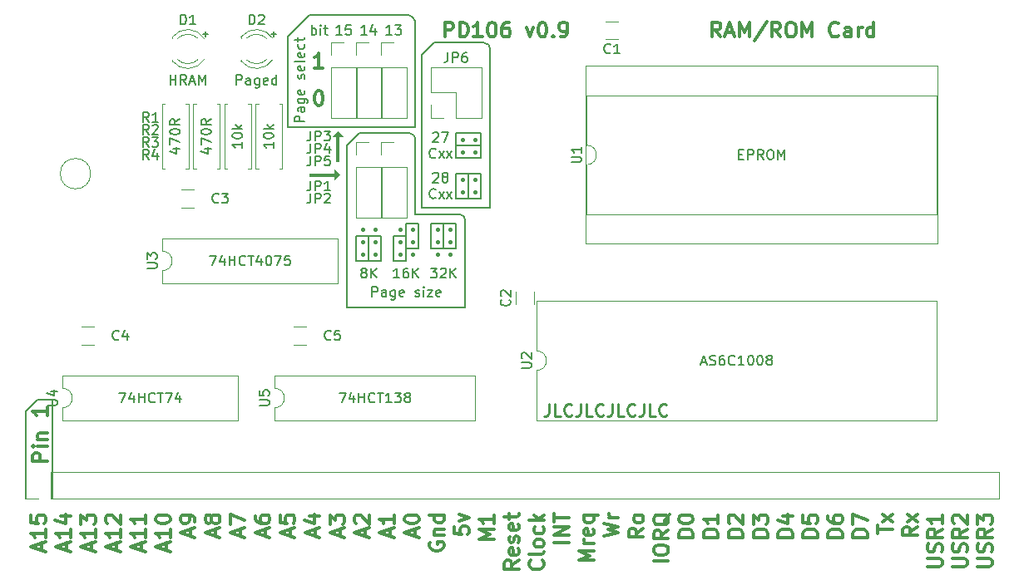
<source format=gbr>
%TF.GenerationSoftware,KiCad,Pcbnew,(5.1.6)-1*%
%TF.CreationDate,2021-01-05T00:51:17-08:00*%
%TF.ProjectId,rc-ramrom,72632d72-616d-4726-9f6d-2e6b69636164,rev?*%
%TF.SameCoordinates,PX9157080PY9071968*%
%TF.FileFunction,Legend,Top*%
%TF.FilePolarity,Positive*%
%FSLAX46Y46*%
G04 Gerber Fmt 4.6, Leading zero omitted, Abs format (unit mm)*
G04 Created by KiCad (PCBNEW (5.1.6)-1) date 2021-01-05 00:51:17*
%MOMM*%
%LPD*%
G01*
G04 APERTURE LIST*
%ADD10C,0.100000*%
%ADD11C,0.150000*%
%ADD12C,0.300000*%
%ADD13C,0.381000*%
%ADD14C,0.266667*%
%ADD15C,0.200000*%
%ADD16C,0.120000*%
G04 APERTURE END LIST*
D10*
G36*
X31940500Y33223200D02*
G01*
X31432500Y32715200D01*
X31432500Y33096200D01*
X28892500Y33096200D01*
X28892500Y33350200D01*
X31432500Y33350200D01*
X31432500Y33731200D01*
X31940500Y33223200D01*
G37*
X31940500Y33223200D02*
X31432500Y32715200D01*
X31432500Y33096200D01*
X28892500Y33096200D01*
X28892500Y33350200D01*
X31432500Y33350200D01*
X31432500Y33731200D01*
X31940500Y33223200D01*
D11*
X39687500Y29222700D02*
X44132500Y29222700D01*
X39687500Y36842700D02*
X39687500Y29222700D01*
X39052500Y37477700D02*
G75*
G02*
X39687500Y36842700I0J-635000D01*
G01*
D10*
G36*
X32258000Y37160200D02*
G01*
X31877000Y37160200D01*
X31877000Y34620200D01*
X31623000Y34620200D01*
X31623000Y37160200D01*
X31242000Y37160200D01*
X31750000Y37668200D01*
X32258000Y37160200D01*
G37*
X32258000Y37160200D02*
X31877000Y37160200D01*
X31877000Y34620200D01*
X31623000Y34620200D01*
X31623000Y37160200D01*
X31242000Y37160200D01*
X31750000Y37668200D01*
X32258000Y37160200D01*
D12*
X42680714Y47276629D02*
X42680714Y48776629D01*
X43252142Y48776629D01*
X43395000Y48705200D01*
X43466428Y48633772D01*
X43537857Y48490915D01*
X43537857Y48276629D01*
X43466428Y48133772D01*
X43395000Y48062343D01*
X43252142Y47990915D01*
X42680714Y47990915D01*
X44180714Y47276629D02*
X44180714Y48776629D01*
X44537857Y48776629D01*
X44752142Y48705200D01*
X44895000Y48562343D01*
X44966428Y48419486D01*
X45037857Y48133772D01*
X45037857Y47919486D01*
X44966428Y47633772D01*
X44895000Y47490915D01*
X44752142Y47348058D01*
X44537857Y47276629D01*
X44180714Y47276629D01*
X46466428Y47276629D02*
X45609285Y47276629D01*
X46037857Y47276629D02*
X46037857Y48776629D01*
X45895000Y48562343D01*
X45752142Y48419486D01*
X45609285Y48348058D01*
X47395000Y48776629D02*
X47537857Y48776629D01*
X47680714Y48705200D01*
X47752142Y48633772D01*
X47823571Y48490915D01*
X47895000Y48205200D01*
X47895000Y47848058D01*
X47823571Y47562343D01*
X47752142Y47419486D01*
X47680714Y47348058D01*
X47537857Y47276629D01*
X47395000Y47276629D01*
X47252142Y47348058D01*
X47180714Y47419486D01*
X47109285Y47562343D01*
X47037857Y47848058D01*
X47037857Y48205200D01*
X47109285Y48490915D01*
X47180714Y48633772D01*
X47252142Y48705200D01*
X47395000Y48776629D01*
X49180714Y48776629D02*
X48895000Y48776629D01*
X48752142Y48705200D01*
X48680714Y48633772D01*
X48537857Y48419486D01*
X48466428Y48133772D01*
X48466428Y47562343D01*
X48537857Y47419486D01*
X48609285Y47348058D01*
X48752142Y47276629D01*
X49037857Y47276629D01*
X49180714Y47348058D01*
X49252142Y47419486D01*
X49323571Y47562343D01*
X49323571Y47919486D01*
X49252142Y48062343D01*
X49180714Y48133772D01*
X49037857Y48205200D01*
X48752142Y48205200D01*
X48609285Y48133772D01*
X48537857Y48062343D01*
X48466428Y47919486D01*
X50966428Y48276629D02*
X51323571Y47276629D01*
X51680714Y48276629D01*
X52537857Y48776629D02*
X52680714Y48776629D01*
X52823571Y48705200D01*
X52895000Y48633772D01*
X52966428Y48490915D01*
X53037857Y48205200D01*
X53037857Y47848058D01*
X52966428Y47562343D01*
X52895000Y47419486D01*
X52823571Y47348058D01*
X52680714Y47276629D01*
X52537857Y47276629D01*
X52395000Y47348058D01*
X52323571Y47419486D01*
X52252142Y47562343D01*
X52180714Y47848058D01*
X52180714Y48205200D01*
X52252142Y48490915D01*
X52323571Y48633772D01*
X52395000Y48705200D01*
X52537857Y48776629D01*
X53680714Y47419486D02*
X53752142Y47348058D01*
X53680714Y47276629D01*
X53609285Y47348058D01*
X53680714Y47419486D01*
X53680714Y47276629D01*
X54466428Y47276629D02*
X54752142Y47276629D01*
X54895000Y47348058D01*
X54966428Y47419486D01*
X55109285Y47633772D01*
X55180714Y47919486D01*
X55180714Y48490915D01*
X55109285Y48633772D01*
X55037857Y48705200D01*
X54895000Y48776629D01*
X54609285Y48776629D01*
X54466428Y48705200D01*
X54395000Y48633772D01*
X54323571Y48490915D01*
X54323571Y48133772D01*
X54395000Y47990915D01*
X54466428Y47919486D01*
X54609285Y47848058D01*
X54895000Y47848058D01*
X55037857Y47919486D01*
X55109285Y47990915D01*
X55180714Y48133772D01*
D11*
X25273000Y47828200D02*
X25273000Y47320200D01*
X25019000Y47574200D02*
X25527000Y47574200D01*
X21447380Y42422820D02*
X21447380Y43422820D01*
X21828333Y43422820D01*
X21923571Y43375200D01*
X21971190Y43327581D01*
X22018809Y43232343D01*
X22018809Y43089486D01*
X21971190Y42994248D01*
X21923571Y42946629D01*
X21828333Y42899010D01*
X21447380Y42899010D01*
X22875952Y42422820D02*
X22875952Y42946629D01*
X22828333Y43041867D01*
X22733095Y43089486D01*
X22542619Y43089486D01*
X22447380Y43041867D01*
X22875952Y42470439D02*
X22780714Y42422820D01*
X22542619Y42422820D01*
X22447380Y42470439D01*
X22399761Y42565677D01*
X22399761Y42660915D01*
X22447380Y42756153D01*
X22542619Y42803772D01*
X22780714Y42803772D01*
X22875952Y42851391D01*
X23780714Y43089486D02*
X23780714Y42279962D01*
X23733095Y42184724D01*
X23685476Y42137105D01*
X23590238Y42089486D01*
X23447380Y42089486D01*
X23352142Y42137105D01*
X23780714Y42470439D02*
X23685476Y42422820D01*
X23495000Y42422820D01*
X23399761Y42470439D01*
X23352142Y42518058D01*
X23304523Y42613296D01*
X23304523Y42899010D01*
X23352142Y42994248D01*
X23399761Y43041867D01*
X23495000Y43089486D01*
X23685476Y43089486D01*
X23780714Y43041867D01*
X24637857Y42470439D02*
X24542619Y42422820D01*
X24352142Y42422820D01*
X24256904Y42470439D01*
X24209285Y42565677D01*
X24209285Y42946629D01*
X24256904Y43041867D01*
X24352142Y43089486D01*
X24542619Y43089486D01*
X24637857Y43041867D01*
X24685476Y42946629D01*
X24685476Y42851391D01*
X24209285Y42756153D01*
X25542619Y42422820D02*
X25542619Y43422820D01*
X25542619Y42470439D02*
X25447380Y42422820D01*
X25256904Y42422820D01*
X25161666Y42470439D01*
X25114047Y42518058D01*
X25066428Y42613296D01*
X25066428Y42899010D01*
X25114047Y42994248D01*
X25161666Y43041867D01*
X25256904Y43089486D01*
X25447380Y43089486D01*
X25542619Y43041867D01*
X32702500Y36207700D02*
X33972500Y37477700D01*
X44132500Y29222700D02*
G75*
G02*
X44767500Y28587700I0J-635000D01*
G01*
X40322500Y45415200D02*
X41592500Y46685200D01*
X46672500Y46685200D02*
G75*
G02*
X47307500Y46050200I0J-635000D01*
G01*
X38735000Y49542700D02*
G75*
G02*
X39687500Y48590200I0J-952500D01*
G01*
X14724285Y42422820D02*
X14724285Y43422820D01*
X14724285Y42946629D02*
X15295714Y42946629D01*
X15295714Y42422820D02*
X15295714Y43422820D01*
X16343333Y42422820D02*
X16010000Y42899010D01*
X15771904Y42422820D02*
X15771904Y43422820D01*
X16152857Y43422820D01*
X16248095Y43375200D01*
X16295714Y43327581D01*
X16343333Y43232343D01*
X16343333Y43089486D01*
X16295714Y42994248D01*
X16248095Y42946629D01*
X16152857Y42899010D01*
X15771904Y42899010D01*
X16724285Y42708534D02*
X17200476Y42708534D01*
X16629047Y42422820D02*
X16962380Y43422820D01*
X17295714Y42422820D01*
X17629047Y42422820D02*
X17629047Y43422820D01*
X17962380Y42708534D01*
X18295714Y43422820D01*
X18295714Y42422820D01*
X40322500Y29857700D02*
X40322500Y45415200D01*
X47307500Y29857700D02*
X40322500Y29857700D01*
X47307500Y46050200D02*
X47307500Y29857700D01*
X41592500Y46685200D02*
X46672500Y46685200D01*
X41465595Y33357581D02*
X41513214Y33405200D01*
X41608452Y33452820D01*
X41846547Y33452820D01*
X41941785Y33405200D01*
X41989404Y33357581D01*
X42037023Y33262343D01*
X42037023Y33167105D01*
X41989404Y33024248D01*
X41417976Y32452820D01*
X42037023Y32452820D01*
X42608452Y33024248D02*
X42513214Y33071867D01*
X42465595Y33119486D01*
X42417976Y33214724D01*
X42417976Y33262343D01*
X42465595Y33357581D01*
X42513214Y33405200D01*
X42608452Y33452820D01*
X42798928Y33452820D01*
X42894166Y33405200D01*
X42941785Y33357581D01*
X42989404Y33262343D01*
X42989404Y33214724D01*
X42941785Y33119486D01*
X42894166Y33071867D01*
X42798928Y33024248D01*
X42608452Y33024248D01*
X42513214Y32976629D01*
X42465595Y32929010D01*
X42417976Y32833772D01*
X42417976Y32643296D01*
X42465595Y32548058D01*
X42513214Y32500439D01*
X42608452Y32452820D01*
X42798928Y32452820D01*
X42894166Y32500439D01*
X42941785Y32548058D01*
X42989404Y32643296D01*
X42989404Y32833772D01*
X42941785Y32929010D01*
X42894166Y32976629D01*
X42798928Y33024248D01*
X41727500Y30898058D02*
X41679880Y30850439D01*
X41537023Y30802820D01*
X41441785Y30802820D01*
X41298928Y30850439D01*
X41203690Y30945677D01*
X41156071Y31040915D01*
X41108452Y31231391D01*
X41108452Y31374248D01*
X41156071Y31564724D01*
X41203690Y31659962D01*
X41298928Y31755200D01*
X41441785Y31802820D01*
X41537023Y31802820D01*
X41679880Y31755200D01*
X41727500Y31707581D01*
X42060833Y30802820D02*
X42584642Y31469486D01*
X42060833Y31469486D02*
X42584642Y30802820D01*
X42870357Y30802820D02*
X43394166Y31469486D01*
X42870357Y31469486D02*
X43394166Y30802820D01*
X41465595Y37485081D02*
X41513214Y37532700D01*
X41608452Y37580320D01*
X41846547Y37580320D01*
X41941785Y37532700D01*
X41989404Y37485081D01*
X42037023Y37389843D01*
X42037023Y37294605D01*
X41989404Y37151748D01*
X41417976Y36580320D01*
X42037023Y36580320D01*
X42370357Y37580320D02*
X43037023Y37580320D01*
X42608452Y36580320D01*
X41727500Y35025558D02*
X41679880Y34977939D01*
X41537023Y34930320D01*
X41441785Y34930320D01*
X41298928Y34977939D01*
X41203690Y35073177D01*
X41156071Y35168415D01*
X41108452Y35358891D01*
X41108452Y35501748D01*
X41156071Y35692224D01*
X41203690Y35787462D01*
X41298928Y35882700D01*
X41441785Y35930320D01*
X41537023Y35930320D01*
X41679880Y35882700D01*
X41727500Y35835081D01*
X42060833Y34930320D02*
X42584642Y35596986D01*
X42060833Y35596986D02*
X42584642Y34930320D01*
X42870357Y34930320D02*
X43394166Y35596986D01*
X42870357Y35596986D02*
X43394166Y34930320D01*
X46355000Y36207700D02*
X46355000Y34937700D01*
X43815000Y36207700D02*
X43815000Y34937700D01*
X46355000Y36207700D02*
X43815000Y36207700D01*
X43815000Y34937700D02*
X46355000Y34937700D01*
X43815000Y37477700D02*
X43815000Y36207700D01*
D13*
X45717460Y35572700D02*
X45720000Y35572700D01*
D11*
X46355000Y37477700D02*
X43815000Y37477700D01*
D13*
X44451270Y36842700D02*
X44453810Y36842700D01*
X44447460Y35572700D02*
X44450000Y35572700D01*
X45717460Y36842700D02*
X45720000Y36842700D01*
D11*
X46355000Y37477700D02*
X46355000Y36207700D01*
X43815000Y36207700D02*
X46355000Y36207700D01*
X43815000Y33350200D02*
X43815000Y30810200D01*
D13*
X44447460Y31445200D02*
X44450000Y31445200D01*
X45717460Y31445200D02*
X45720000Y31445200D01*
D11*
X46355000Y30810200D02*
X46355000Y33350200D01*
D13*
X44451270Y32715200D02*
X44453810Y32715200D01*
D11*
X45085000Y30810200D02*
X46355000Y30810200D01*
D13*
X45717460Y32715200D02*
X45720000Y32715200D01*
D11*
X45085000Y33350200D02*
X45085000Y30810200D01*
X46355000Y33350200D02*
X45085000Y33350200D01*
X45085000Y33350200D02*
X43815000Y33350200D01*
X45085000Y30810200D02*
X45085000Y33350200D01*
X43815000Y30810200D02*
X45085000Y30810200D01*
X39687500Y48590200D02*
X39687500Y38112700D01*
X28892500Y49542700D02*
X38735000Y49542700D01*
X26670000Y47320200D02*
X28892500Y49542700D01*
X26670000Y38112700D02*
X26670000Y47320200D01*
X39687500Y38112700D02*
X26670000Y38112700D01*
X32702500Y19697700D02*
X32702500Y36207700D01*
X44767500Y19697700D02*
X32702500Y19697700D01*
X44767500Y28587700D02*
X44767500Y19697700D01*
X33972500Y37477700D02*
X39052500Y37477700D01*
D13*
X34290000Y25095200D02*
X34292540Y25095200D01*
D11*
X34925000Y27000200D02*
X34925000Y24460200D01*
D13*
X34287460Y26365200D02*
X34290000Y26365200D01*
D11*
X34925000Y24460200D02*
X36195000Y24460200D01*
X36195000Y27000200D02*
X34925000Y27000200D01*
X33655000Y24460200D02*
X34925000Y24460200D01*
X34925000Y24460200D02*
X34925000Y27000200D01*
D13*
X35557460Y26365200D02*
X35560000Y26365200D01*
X35557460Y27635200D02*
X35560000Y27635200D01*
D11*
X33655000Y27000200D02*
X33655000Y24460200D01*
D13*
X35557460Y25095200D02*
X35560000Y25095200D01*
D11*
X36195000Y24460200D02*
X36195000Y27000200D01*
X34925000Y27000200D02*
X33655000Y27000200D01*
D13*
X34291270Y27635200D02*
X34293810Y27635200D01*
D11*
X34329761Y23309248D02*
X34234523Y23356867D01*
X34186904Y23404486D01*
X34139285Y23499724D01*
X34139285Y23547343D01*
X34186904Y23642581D01*
X34234523Y23690200D01*
X34329761Y23737820D01*
X34520238Y23737820D01*
X34615476Y23690200D01*
X34663095Y23642581D01*
X34710714Y23547343D01*
X34710714Y23499724D01*
X34663095Y23404486D01*
X34615476Y23356867D01*
X34520238Y23309248D01*
X34329761Y23309248D01*
X34234523Y23261629D01*
X34186904Y23214010D01*
X34139285Y23118772D01*
X34139285Y22928296D01*
X34186904Y22833058D01*
X34234523Y22785439D01*
X34329761Y22737820D01*
X34520238Y22737820D01*
X34615476Y22785439D01*
X34663095Y22833058D01*
X34710714Y22928296D01*
X34710714Y23118772D01*
X34663095Y23214010D01*
X34615476Y23261629D01*
X34520238Y23309248D01*
X35139285Y22737820D02*
X35139285Y23737820D01*
X35710714Y22737820D02*
X35282142Y23309248D01*
X35710714Y23737820D02*
X35139285Y23166391D01*
D13*
X38100000Y25095200D02*
X38102540Y25095200D01*
D11*
X37465000Y27000200D02*
X37465000Y24460200D01*
D13*
X38097460Y26365200D02*
X38100000Y26365200D01*
X39367460Y26365200D02*
X39370000Y26365200D01*
D11*
X40005000Y25730200D02*
X40005000Y28270200D01*
D13*
X38101270Y27635200D02*
X38103810Y27635200D01*
D11*
X38735000Y25730200D02*
X40005000Y25730200D01*
D13*
X39367460Y25095200D02*
X39370000Y25095200D01*
X39367460Y27635200D02*
X39370000Y27635200D01*
D11*
X38735000Y27000200D02*
X38735000Y24460200D01*
X38044523Y22737820D02*
X37473095Y22737820D01*
X37758809Y22737820D02*
X37758809Y23737820D01*
X37663571Y23594962D01*
X37568333Y23499724D01*
X37473095Y23452105D01*
X38901666Y23737820D02*
X38711190Y23737820D01*
X38615952Y23690200D01*
X38568333Y23642581D01*
X38473095Y23499724D01*
X38425476Y23309248D01*
X38425476Y22928296D01*
X38473095Y22833058D01*
X38520714Y22785439D01*
X38615952Y22737820D01*
X38806428Y22737820D01*
X38901666Y22785439D01*
X38949285Y22833058D01*
X38996904Y22928296D01*
X38996904Y23166391D01*
X38949285Y23261629D01*
X38901666Y23309248D01*
X38806428Y23356867D01*
X38615952Y23356867D01*
X38520714Y23309248D01*
X38473095Y23261629D01*
X38425476Y23166391D01*
X39425476Y22737820D02*
X39425476Y23737820D01*
X39996904Y22737820D02*
X39568333Y23309248D01*
X39996904Y23737820D02*
X39425476Y23166391D01*
X40005000Y28270200D02*
X38735000Y28270200D01*
X38735000Y27000200D02*
X37465000Y27000200D01*
X38735000Y25730200D02*
X38735000Y28270200D01*
X37465000Y24460200D02*
X38735000Y24460200D01*
X42545000Y28270200D02*
X42545000Y25730200D01*
X43815000Y28270200D02*
X42545000Y28270200D01*
X43815000Y25730200D02*
X43815000Y28270200D01*
X42545000Y25730200D02*
X43815000Y25730200D01*
X41235476Y23737820D02*
X41854523Y23737820D01*
X41521190Y23356867D01*
X41664047Y23356867D01*
X41759285Y23309248D01*
X41806904Y23261629D01*
X41854523Y23166391D01*
X41854523Y22928296D01*
X41806904Y22833058D01*
X41759285Y22785439D01*
X41664047Y22737820D01*
X41378333Y22737820D01*
X41283095Y22785439D01*
X41235476Y22833058D01*
X42235476Y23642581D02*
X42283095Y23690200D01*
X42378333Y23737820D01*
X42616428Y23737820D01*
X42711666Y23690200D01*
X42759285Y23642581D01*
X42806904Y23547343D01*
X42806904Y23452105D01*
X42759285Y23309248D01*
X42187857Y22737820D01*
X42806904Y22737820D01*
X43235476Y22737820D02*
X43235476Y23737820D01*
X43806904Y22737820D02*
X43378333Y23309248D01*
X43806904Y23737820D02*
X43235476Y23166391D01*
D13*
X43177460Y27635200D02*
X43180000Y27635200D01*
X41911270Y27635200D02*
X41913810Y27635200D01*
X43177460Y26365200D02*
X43180000Y26365200D01*
X41907460Y26365200D02*
X41910000Y26365200D01*
X41910000Y25095200D02*
X41912540Y25095200D01*
X43177460Y25095200D02*
X43180000Y25095200D01*
D11*
X41275000Y28270200D02*
X41275000Y25730200D01*
X42545000Y28270200D02*
X41275000Y28270200D01*
X42545000Y25730200D02*
X42545000Y28270200D01*
X41275000Y25730200D02*
X42545000Y25730200D01*
X18034000Y47574200D02*
X18542000Y47574200D01*
X18288000Y47828200D02*
X18288000Y47320200D01*
D12*
X70747857Y47276629D02*
X70247857Y47990915D01*
X69890714Y47276629D02*
X69890714Y48776629D01*
X70462142Y48776629D01*
X70605000Y48705200D01*
X70676428Y48633772D01*
X70747857Y48490915D01*
X70747857Y48276629D01*
X70676428Y48133772D01*
X70605000Y48062343D01*
X70462142Y47990915D01*
X69890714Y47990915D01*
X71319285Y47705200D02*
X72033571Y47705200D01*
X71176428Y47276629D02*
X71676428Y48776629D01*
X72176428Y47276629D01*
X72676428Y47276629D02*
X72676428Y48776629D01*
X73176428Y47705200D01*
X73676428Y48776629D01*
X73676428Y47276629D01*
X75462142Y48848058D02*
X74176428Y46919486D01*
X76819285Y47276629D02*
X76319285Y47990915D01*
X75962142Y47276629D02*
X75962142Y48776629D01*
X76533571Y48776629D01*
X76676428Y48705200D01*
X76747857Y48633772D01*
X76819285Y48490915D01*
X76819285Y48276629D01*
X76747857Y48133772D01*
X76676428Y48062343D01*
X76533571Y47990915D01*
X75962142Y47990915D01*
X77747857Y48776629D02*
X78033571Y48776629D01*
X78176428Y48705200D01*
X78319285Y48562343D01*
X78390714Y48276629D01*
X78390714Y47776629D01*
X78319285Y47490915D01*
X78176428Y47348058D01*
X78033571Y47276629D01*
X77747857Y47276629D01*
X77605000Y47348058D01*
X77462142Y47490915D01*
X77390714Y47776629D01*
X77390714Y48276629D01*
X77462142Y48562343D01*
X77605000Y48705200D01*
X77747857Y48776629D01*
X79033571Y47276629D02*
X79033571Y48776629D01*
X79533571Y47705200D01*
X80033571Y48776629D01*
X80033571Y47276629D01*
X82747857Y47419486D02*
X82676428Y47348058D01*
X82462142Y47276629D01*
X82319285Y47276629D01*
X82105000Y47348058D01*
X81962142Y47490915D01*
X81890714Y47633772D01*
X81819285Y47919486D01*
X81819285Y48133772D01*
X81890714Y48419486D01*
X81962142Y48562343D01*
X82105000Y48705200D01*
X82319285Y48776629D01*
X82462142Y48776629D01*
X82676428Y48705200D01*
X82747857Y48633772D01*
X84033571Y47276629D02*
X84033571Y48062343D01*
X83962142Y48205200D01*
X83819285Y48276629D01*
X83533571Y48276629D01*
X83390714Y48205200D01*
X84033571Y47348058D02*
X83890714Y47276629D01*
X83533571Y47276629D01*
X83390714Y47348058D01*
X83319285Y47490915D01*
X83319285Y47633772D01*
X83390714Y47776629D01*
X83533571Y47848058D01*
X83890714Y47848058D01*
X84033571Y47919486D01*
X84747857Y47276629D02*
X84747857Y48276629D01*
X84747857Y47990915D02*
X84819285Y48133772D01*
X84890714Y48205200D01*
X85033571Y48276629D01*
X85176428Y48276629D01*
X86319285Y47276629D02*
X86319285Y48776629D01*
X86319285Y47348058D02*
X86176428Y47276629D01*
X85890714Y47276629D01*
X85747857Y47348058D01*
X85676428Y47419486D01*
X85605000Y47562343D01*
X85605000Y47990915D01*
X85676428Y48133772D01*
X85747857Y48205200D01*
X85890714Y48276629D01*
X86176428Y48276629D01*
X86319285Y48205200D01*
D11*
X29106904Y47502820D02*
X29106904Y48502820D01*
X29106904Y48121867D02*
X29202142Y48169486D01*
X29392619Y48169486D01*
X29487857Y48121867D01*
X29535476Y48074248D01*
X29583095Y47979010D01*
X29583095Y47693296D01*
X29535476Y47598058D01*
X29487857Y47550439D01*
X29392619Y47502820D01*
X29202142Y47502820D01*
X29106904Y47550439D01*
X30011666Y47502820D02*
X30011666Y48169486D01*
X30011666Y48502820D02*
X29964047Y48455200D01*
X30011666Y48407581D01*
X30059285Y48455200D01*
X30011666Y48502820D01*
X30011666Y48407581D01*
X30345000Y48169486D02*
X30725952Y48169486D01*
X30487857Y48502820D02*
X30487857Y47645677D01*
X30535476Y47550439D01*
X30630714Y47502820D01*
X30725952Y47502820D01*
X37274523Y47502820D02*
X36703095Y47502820D01*
X36988809Y47502820D02*
X36988809Y48502820D01*
X36893571Y48359962D01*
X36798333Y48264724D01*
X36703095Y48217105D01*
X37607857Y48502820D02*
X38226904Y48502820D01*
X37893571Y48121867D01*
X38036428Y48121867D01*
X38131666Y48074248D01*
X38179285Y48026629D01*
X38226904Y47931391D01*
X38226904Y47693296D01*
X38179285Y47598058D01*
X38131666Y47550439D01*
X38036428Y47502820D01*
X37750714Y47502820D01*
X37655476Y47550439D01*
X37607857Y47598058D01*
X34734523Y47502820D02*
X34163095Y47502820D01*
X34448809Y47502820D02*
X34448809Y48502820D01*
X34353571Y48359962D01*
X34258333Y48264724D01*
X34163095Y48217105D01*
X35591666Y48169486D02*
X35591666Y47502820D01*
X35353571Y48550439D02*
X35115476Y47836153D01*
X35734523Y47836153D01*
X32194523Y47502820D02*
X31623095Y47502820D01*
X31908809Y47502820D02*
X31908809Y48502820D01*
X31813571Y48359962D01*
X31718333Y48264724D01*
X31623095Y48217105D01*
X33099285Y48502820D02*
X32623095Y48502820D01*
X32575476Y48026629D01*
X32623095Y48074248D01*
X32718333Y48121867D01*
X32956428Y48121867D01*
X33051666Y48074248D01*
X33099285Y48026629D01*
X33146904Y47931391D01*
X33146904Y47693296D01*
X33099285Y47598058D01*
X33051666Y47550439D01*
X32956428Y47502820D01*
X32718333Y47502820D01*
X32623095Y47550439D01*
X32575476Y47598058D01*
X28392380Y38660915D02*
X27392380Y38660915D01*
X27392380Y39041867D01*
X27440000Y39137105D01*
X27487619Y39184724D01*
X27582857Y39232343D01*
X27725714Y39232343D01*
X27820952Y39184724D01*
X27868571Y39137105D01*
X27916190Y39041867D01*
X27916190Y38660915D01*
X28392380Y40089486D02*
X27868571Y40089486D01*
X27773333Y40041867D01*
X27725714Y39946629D01*
X27725714Y39756153D01*
X27773333Y39660915D01*
X28344761Y40089486D02*
X28392380Y39994248D01*
X28392380Y39756153D01*
X28344761Y39660915D01*
X28249523Y39613296D01*
X28154285Y39613296D01*
X28059047Y39660915D01*
X28011428Y39756153D01*
X28011428Y39994248D01*
X27963809Y40089486D01*
X27725714Y40994248D02*
X28535238Y40994248D01*
X28630476Y40946629D01*
X28678095Y40899010D01*
X28725714Y40803772D01*
X28725714Y40660915D01*
X28678095Y40565677D01*
X28344761Y40994248D02*
X28392380Y40899010D01*
X28392380Y40708534D01*
X28344761Y40613296D01*
X28297142Y40565677D01*
X28201904Y40518058D01*
X27916190Y40518058D01*
X27820952Y40565677D01*
X27773333Y40613296D01*
X27725714Y40708534D01*
X27725714Y40899010D01*
X27773333Y40994248D01*
X28344761Y41851391D02*
X28392380Y41756153D01*
X28392380Y41565677D01*
X28344761Y41470439D01*
X28249523Y41422820D01*
X27868571Y41422820D01*
X27773333Y41470439D01*
X27725714Y41565677D01*
X27725714Y41756153D01*
X27773333Y41851391D01*
X27868571Y41899010D01*
X27963809Y41899010D01*
X28059047Y41422820D01*
X28344761Y43041867D02*
X28392380Y43137105D01*
X28392380Y43327581D01*
X28344761Y43422820D01*
X28249523Y43470439D01*
X28201904Y43470439D01*
X28106666Y43422820D01*
X28059047Y43327581D01*
X28059047Y43184724D01*
X28011428Y43089486D01*
X27916190Y43041867D01*
X27868571Y43041867D01*
X27773333Y43089486D01*
X27725714Y43184724D01*
X27725714Y43327581D01*
X27773333Y43422820D01*
X28344761Y44279962D02*
X28392380Y44184724D01*
X28392380Y43994248D01*
X28344761Y43899010D01*
X28249523Y43851391D01*
X27868571Y43851391D01*
X27773333Y43899010D01*
X27725714Y43994248D01*
X27725714Y44184724D01*
X27773333Y44279962D01*
X27868571Y44327581D01*
X27963809Y44327581D01*
X28059047Y43851391D01*
X28392380Y44899010D02*
X28344761Y44803772D01*
X28249523Y44756153D01*
X27392380Y44756153D01*
X28344761Y45660915D02*
X28392380Y45565677D01*
X28392380Y45375200D01*
X28344761Y45279962D01*
X28249523Y45232343D01*
X27868571Y45232343D01*
X27773333Y45279962D01*
X27725714Y45375200D01*
X27725714Y45565677D01*
X27773333Y45660915D01*
X27868571Y45708534D01*
X27963809Y45708534D01*
X28059047Y45232343D01*
X28344761Y46565677D02*
X28392380Y46470439D01*
X28392380Y46279962D01*
X28344761Y46184724D01*
X28297142Y46137105D01*
X28201904Y46089486D01*
X27916190Y46089486D01*
X27820952Y46137105D01*
X27773333Y46184724D01*
X27725714Y46279962D01*
X27725714Y46470439D01*
X27773333Y46565677D01*
X27725714Y46851391D02*
X27725714Y47232343D01*
X27392380Y46994248D02*
X28249523Y46994248D01*
X28344761Y47041867D01*
X28392380Y47137105D01*
X28392380Y47232343D01*
X35282619Y20832820D02*
X35282619Y21832820D01*
X35663571Y21832820D01*
X35758809Y21785200D01*
X35806428Y21737581D01*
X35854047Y21642343D01*
X35854047Y21499486D01*
X35806428Y21404248D01*
X35758809Y21356629D01*
X35663571Y21309010D01*
X35282619Y21309010D01*
X36711190Y20832820D02*
X36711190Y21356629D01*
X36663571Y21451867D01*
X36568333Y21499486D01*
X36377857Y21499486D01*
X36282619Y21451867D01*
X36711190Y20880439D02*
X36615952Y20832820D01*
X36377857Y20832820D01*
X36282619Y20880439D01*
X36235000Y20975677D01*
X36235000Y21070915D01*
X36282619Y21166153D01*
X36377857Y21213772D01*
X36615952Y21213772D01*
X36711190Y21261391D01*
X37615952Y21499486D02*
X37615952Y20689962D01*
X37568333Y20594724D01*
X37520714Y20547105D01*
X37425476Y20499486D01*
X37282619Y20499486D01*
X37187380Y20547105D01*
X37615952Y20880439D02*
X37520714Y20832820D01*
X37330238Y20832820D01*
X37235000Y20880439D01*
X37187380Y20928058D01*
X37139761Y21023296D01*
X37139761Y21309010D01*
X37187380Y21404248D01*
X37235000Y21451867D01*
X37330238Y21499486D01*
X37520714Y21499486D01*
X37615952Y21451867D01*
X38473095Y20880439D02*
X38377857Y20832820D01*
X38187380Y20832820D01*
X38092142Y20880439D01*
X38044523Y20975677D01*
X38044523Y21356629D01*
X38092142Y21451867D01*
X38187380Y21499486D01*
X38377857Y21499486D01*
X38473095Y21451867D01*
X38520714Y21356629D01*
X38520714Y21261391D01*
X38044523Y21166153D01*
X39663571Y20880439D02*
X39758809Y20832820D01*
X39949285Y20832820D01*
X40044523Y20880439D01*
X40092142Y20975677D01*
X40092142Y21023296D01*
X40044523Y21118534D01*
X39949285Y21166153D01*
X39806428Y21166153D01*
X39711190Y21213772D01*
X39663571Y21309010D01*
X39663571Y21356629D01*
X39711190Y21451867D01*
X39806428Y21499486D01*
X39949285Y21499486D01*
X40044523Y21451867D01*
X40520714Y20832820D02*
X40520714Y21499486D01*
X40520714Y21832820D02*
X40473095Y21785200D01*
X40520714Y21737581D01*
X40568333Y21785200D01*
X40520714Y21832820D01*
X40520714Y21737581D01*
X40901666Y21499486D02*
X41425476Y21499486D01*
X40901666Y20832820D01*
X41425476Y20832820D01*
X42187380Y20880439D02*
X42092142Y20832820D01*
X41901666Y20832820D01*
X41806428Y20880439D01*
X41758809Y20975677D01*
X41758809Y21356629D01*
X41806428Y21451867D01*
X41901666Y21499486D01*
X42092142Y21499486D01*
X42187380Y21451867D01*
X42235000Y21356629D01*
X42235000Y21261391D01*
X41758809Y21166153D01*
D12*
X29773571Y41791629D02*
X29916428Y41791629D01*
X30059285Y41720200D01*
X30130714Y41648772D01*
X30202142Y41505915D01*
X30273571Y41220200D01*
X30273571Y40863058D01*
X30202142Y40577343D01*
X30130714Y40434486D01*
X30059285Y40363058D01*
X29916428Y40291629D01*
X29773571Y40291629D01*
X29630714Y40363058D01*
X29559285Y40434486D01*
X29487857Y40577343D01*
X29416428Y40863058D01*
X29416428Y41220200D01*
X29487857Y41505915D01*
X29559285Y41648772D01*
X29630714Y41720200D01*
X29773571Y41791629D01*
X30273571Y44101629D02*
X29416428Y44101629D01*
X29845000Y44101629D02*
X29845000Y45601629D01*
X29702142Y45387343D01*
X29559285Y45244486D01*
X29416428Y45173058D01*
D14*
X53281190Y9904724D02*
X53281190Y9011867D01*
X53221666Y8833296D01*
X53102619Y8714248D01*
X52924047Y8654724D01*
X52805000Y8654724D01*
X54471666Y8654724D02*
X53876428Y8654724D01*
X53876428Y9904724D01*
X55602619Y8773772D02*
X55543095Y8714248D01*
X55364523Y8654724D01*
X55245476Y8654724D01*
X55066904Y8714248D01*
X54947857Y8833296D01*
X54888333Y8952343D01*
X54828809Y9190439D01*
X54828809Y9369010D01*
X54888333Y9607105D01*
X54947857Y9726153D01*
X55066904Y9845200D01*
X55245476Y9904724D01*
X55364523Y9904724D01*
X55543095Y9845200D01*
X55602619Y9785677D01*
X56495476Y9904724D02*
X56495476Y9011867D01*
X56435952Y8833296D01*
X56316904Y8714248D01*
X56138333Y8654724D01*
X56019285Y8654724D01*
X57685952Y8654724D02*
X57090714Y8654724D01*
X57090714Y9904724D01*
X58816904Y8773772D02*
X58757380Y8714248D01*
X58578809Y8654724D01*
X58459761Y8654724D01*
X58281190Y8714248D01*
X58162142Y8833296D01*
X58102619Y8952343D01*
X58043095Y9190439D01*
X58043095Y9369010D01*
X58102619Y9607105D01*
X58162142Y9726153D01*
X58281190Y9845200D01*
X58459761Y9904724D01*
X58578809Y9904724D01*
X58757380Y9845200D01*
X58816904Y9785677D01*
X59709761Y9904724D02*
X59709761Y9011867D01*
X59650238Y8833296D01*
X59531190Y8714248D01*
X59352619Y8654724D01*
X59233571Y8654724D01*
X60900238Y8654724D02*
X60305000Y8654724D01*
X60305000Y9904724D01*
X62031190Y8773772D02*
X61971666Y8714248D01*
X61793095Y8654724D01*
X61674047Y8654724D01*
X61495476Y8714248D01*
X61376428Y8833296D01*
X61316904Y8952343D01*
X61257380Y9190439D01*
X61257380Y9369010D01*
X61316904Y9607105D01*
X61376428Y9726153D01*
X61495476Y9845200D01*
X61674047Y9904724D01*
X61793095Y9904724D01*
X61971666Y9845200D01*
X62031190Y9785677D01*
X62924047Y9904724D02*
X62924047Y9011867D01*
X62864523Y8833296D01*
X62745476Y8714248D01*
X62566904Y8654724D01*
X62447857Y8654724D01*
X64114523Y8654724D02*
X63519285Y8654724D01*
X63519285Y9904724D01*
X65245476Y8773772D02*
X65185952Y8714248D01*
X65007380Y8654724D01*
X64888333Y8654724D01*
X64709761Y8714248D01*
X64590714Y8833296D01*
X64531190Y8952343D01*
X64471666Y9190439D01*
X64471666Y9369010D01*
X64531190Y9607105D01*
X64590714Y9726153D01*
X64709761Y9845200D01*
X64888333Y9904724D01*
X65007380Y9904724D01*
X65185952Y9845200D01*
X65245476Y9785677D01*
D12*
X1613333Y-4991942D02*
X1613333Y-4277657D01*
X2039047Y-5134800D02*
X549047Y-4634800D01*
X2039047Y-4134800D01*
X2039047Y-2849085D02*
X2039047Y-3706228D01*
X2039047Y-3277657D02*
X549047Y-3277657D01*
X761904Y-3420514D01*
X903809Y-3563371D01*
X974761Y-3706228D01*
X549047Y-1491942D02*
X549047Y-2206228D01*
X1258571Y-2277657D01*
X1187619Y-2206228D01*
X1116666Y-2063371D01*
X1116666Y-1706228D01*
X1187619Y-1563371D01*
X1258571Y-1491942D01*
X1400476Y-1420514D01*
X1755238Y-1420514D01*
X1897142Y-1491942D01*
X1968095Y-1563371D01*
X2039047Y-1706228D01*
X2039047Y-2063371D01*
X1968095Y-2206228D01*
X1897142Y-2277657D01*
X4148333Y-4991942D02*
X4148333Y-4277657D01*
X4574047Y-5134800D02*
X3084047Y-4634800D01*
X4574047Y-4134800D01*
X4574047Y-2849085D02*
X4574047Y-3706228D01*
X4574047Y-3277657D02*
X3084047Y-3277657D01*
X3296904Y-3420514D01*
X3438809Y-3563371D01*
X3509761Y-3706228D01*
X3580714Y-1563371D02*
X4574047Y-1563371D01*
X3013095Y-1920514D02*
X4077380Y-2277657D01*
X4077380Y-1349085D01*
X6683333Y-4991942D02*
X6683333Y-4277657D01*
X7109047Y-5134800D02*
X5619047Y-4634800D01*
X7109047Y-4134800D01*
X7109047Y-2849085D02*
X7109047Y-3706228D01*
X7109047Y-3277657D02*
X5619047Y-3277657D01*
X5831904Y-3420514D01*
X5973809Y-3563371D01*
X6044761Y-3706228D01*
X5619047Y-2349085D02*
X5619047Y-1420514D01*
X6186666Y-1920514D01*
X6186666Y-1706228D01*
X6257619Y-1563371D01*
X6328571Y-1491942D01*
X6470476Y-1420514D01*
X6825238Y-1420514D01*
X6967142Y-1491942D01*
X7038095Y-1563371D01*
X7109047Y-1706228D01*
X7109047Y-2134800D01*
X7038095Y-2277657D01*
X6967142Y-2349085D01*
X9218333Y-4991942D02*
X9218333Y-4277657D01*
X9644047Y-5134800D02*
X8154047Y-4634800D01*
X9644047Y-4134800D01*
X9644047Y-2849085D02*
X9644047Y-3706228D01*
X9644047Y-3277657D02*
X8154047Y-3277657D01*
X8366904Y-3420514D01*
X8508809Y-3563371D01*
X8579761Y-3706228D01*
X8295952Y-2277657D02*
X8225000Y-2206228D01*
X8154047Y-2063371D01*
X8154047Y-1706228D01*
X8225000Y-1563371D01*
X8295952Y-1491942D01*
X8437857Y-1420514D01*
X8579761Y-1420514D01*
X8792619Y-1491942D01*
X9644047Y-2349085D01*
X9644047Y-1420514D01*
X11753333Y-4991942D02*
X11753333Y-4277657D01*
X12179047Y-5134800D02*
X10689047Y-4634800D01*
X12179047Y-4134800D01*
X12179047Y-2849085D02*
X12179047Y-3706228D01*
X12179047Y-3277657D02*
X10689047Y-3277657D01*
X10901904Y-3420514D01*
X11043809Y-3563371D01*
X11114761Y-3706228D01*
X12179047Y-1420514D02*
X12179047Y-2277657D01*
X12179047Y-1849085D02*
X10689047Y-1849085D01*
X10901904Y-1991942D01*
X11043809Y-2134800D01*
X11114761Y-2277657D01*
X14288333Y-4991942D02*
X14288333Y-4277657D01*
X14714047Y-5134800D02*
X13224047Y-4634800D01*
X14714047Y-4134800D01*
X14714047Y-2849085D02*
X14714047Y-3706228D01*
X14714047Y-3277657D02*
X13224047Y-3277657D01*
X13436904Y-3420514D01*
X13578809Y-3563371D01*
X13649761Y-3706228D01*
X13224047Y-1920514D02*
X13224047Y-1777657D01*
X13295000Y-1634800D01*
X13365952Y-1563371D01*
X13507857Y-1491942D01*
X13791666Y-1420514D01*
X14146428Y-1420514D01*
X14430238Y-1491942D01*
X14572142Y-1563371D01*
X14643095Y-1634800D01*
X14714047Y-1777657D01*
X14714047Y-1920514D01*
X14643095Y-2063371D01*
X14572142Y-2134800D01*
X14430238Y-2206228D01*
X14146428Y-2277657D01*
X13791666Y-2277657D01*
X13507857Y-2206228D01*
X13365952Y-2134800D01*
X13295000Y-2063371D01*
X13224047Y-1920514D01*
X16823333Y-3563371D02*
X16823333Y-2849085D01*
X17249047Y-3706228D02*
X15759047Y-3206228D01*
X17249047Y-2706228D01*
X17249047Y-2134800D02*
X17249047Y-1849085D01*
X17178095Y-1706228D01*
X17107142Y-1634800D01*
X16894285Y-1491942D01*
X16610476Y-1420514D01*
X16042857Y-1420514D01*
X15900952Y-1491942D01*
X15830000Y-1563371D01*
X15759047Y-1706228D01*
X15759047Y-1991942D01*
X15830000Y-2134800D01*
X15900952Y-2206228D01*
X16042857Y-2277657D01*
X16397619Y-2277657D01*
X16539523Y-2206228D01*
X16610476Y-2134800D01*
X16681428Y-1991942D01*
X16681428Y-1706228D01*
X16610476Y-1563371D01*
X16539523Y-1491942D01*
X16397619Y-1420514D01*
X19358333Y-3563371D02*
X19358333Y-2849085D01*
X19784047Y-3706228D02*
X18294047Y-3206228D01*
X19784047Y-2706228D01*
X18932619Y-1991942D02*
X18861666Y-2134800D01*
X18790714Y-2206228D01*
X18648809Y-2277657D01*
X18577857Y-2277657D01*
X18435952Y-2206228D01*
X18365000Y-2134800D01*
X18294047Y-1991942D01*
X18294047Y-1706228D01*
X18365000Y-1563371D01*
X18435952Y-1491942D01*
X18577857Y-1420514D01*
X18648809Y-1420514D01*
X18790714Y-1491942D01*
X18861666Y-1563371D01*
X18932619Y-1706228D01*
X18932619Y-1991942D01*
X19003571Y-2134800D01*
X19074523Y-2206228D01*
X19216428Y-2277657D01*
X19500238Y-2277657D01*
X19642142Y-2206228D01*
X19713095Y-2134800D01*
X19784047Y-1991942D01*
X19784047Y-1706228D01*
X19713095Y-1563371D01*
X19642142Y-1491942D01*
X19500238Y-1420514D01*
X19216428Y-1420514D01*
X19074523Y-1491942D01*
X19003571Y-1563371D01*
X18932619Y-1706228D01*
X21893333Y-3563371D02*
X21893333Y-2849085D01*
X22319047Y-3706228D02*
X20829047Y-3206228D01*
X22319047Y-2706228D01*
X20829047Y-2349085D02*
X20829047Y-1349085D01*
X22319047Y-1991942D01*
X24428333Y-3563371D02*
X24428333Y-2849085D01*
X24854047Y-3706228D02*
X23364047Y-3206228D01*
X24854047Y-2706228D01*
X23364047Y-1563371D02*
X23364047Y-1849085D01*
X23435000Y-1991942D01*
X23505952Y-2063371D01*
X23718809Y-2206228D01*
X24002619Y-2277657D01*
X24570238Y-2277657D01*
X24712142Y-2206228D01*
X24783095Y-2134800D01*
X24854047Y-1991942D01*
X24854047Y-1706228D01*
X24783095Y-1563371D01*
X24712142Y-1491942D01*
X24570238Y-1420514D01*
X24215476Y-1420514D01*
X24073571Y-1491942D01*
X24002619Y-1563371D01*
X23931666Y-1706228D01*
X23931666Y-1991942D01*
X24002619Y-2134800D01*
X24073571Y-2206228D01*
X24215476Y-2277657D01*
X26963333Y-3563371D02*
X26963333Y-2849085D01*
X27389047Y-3706228D02*
X25899047Y-3206228D01*
X27389047Y-2706228D01*
X25899047Y-1491942D02*
X25899047Y-2206228D01*
X26608571Y-2277657D01*
X26537619Y-2206228D01*
X26466666Y-2063371D01*
X26466666Y-1706228D01*
X26537619Y-1563371D01*
X26608571Y-1491942D01*
X26750476Y-1420514D01*
X27105238Y-1420514D01*
X27247142Y-1491942D01*
X27318095Y-1563371D01*
X27389047Y-1706228D01*
X27389047Y-2063371D01*
X27318095Y-2206228D01*
X27247142Y-2277657D01*
X29498333Y-3563371D02*
X29498333Y-2849085D01*
X29924047Y-3706228D02*
X28434047Y-3206228D01*
X29924047Y-2706228D01*
X28930714Y-1563371D02*
X29924047Y-1563371D01*
X28363095Y-1920514D02*
X29427380Y-2277657D01*
X29427380Y-1349085D01*
X32033333Y-3563371D02*
X32033333Y-2849085D01*
X32459047Y-3706228D02*
X30969047Y-3206228D01*
X32459047Y-2706228D01*
X30969047Y-2349085D02*
X30969047Y-1420514D01*
X31536666Y-1920514D01*
X31536666Y-1706228D01*
X31607619Y-1563371D01*
X31678571Y-1491942D01*
X31820476Y-1420514D01*
X32175238Y-1420514D01*
X32317142Y-1491942D01*
X32388095Y-1563371D01*
X32459047Y-1706228D01*
X32459047Y-2134800D01*
X32388095Y-2277657D01*
X32317142Y-2349085D01*
X34568333Y-3563371D02*
X34568333Y-2849085D01*
X34994047Y-3706228D02*
X33504047Y-3206228D01*
X34994047Y-2706228D01*
X33645952Y-2277657D02*
X33575000Y-2206228D01*
X33504047Y-2063371D01*
X33504047Y-1706228D01*
X33575000Y-1563371D01*
X33645952Y-1491942D01*
X33787857Y-1420514D01*
X33929761Y-1420514D01*
X34142619Y-1491942D01*
X34994047Y-2349085D01*
X34994047Y-1420514D01*
X37103333Y-3563371D02*
X37103333Y-2849085D01*
X37529047Y-3706228D02*
X36039047Y-3206228D01*
X37529047Y-2706228D01*
X37529047Y-1420514D02*
X37529047Y-2277657D01*
X37529047Y-1849085D02*
X36039047Y-1849085D01*
X36251904Y-1991942D01*
X36393809Y-2134800D01*
X36464761Y-2277657D01*
X39638333Y-3563371D02*
X39638333Y-2849085D01*
X40064047Y-3706228D02*
X38574047Y-3206228D01*
X40064047Y-2706228D01*
X38574047Y-1920514D02*
X38574047Y-1777657D01*
X38645000Y-1634800D01*
X38715952Y-1563371D01*
X38857857Y-1491942D01*
X39141666Y-1420514D01*
X39496428Y-1420514D01*
X39780238Y-1491942D01*
X39922142Y-1563371D01*
X39993095Y-1634800D01*
X40064047Y-1777657D01*
X40064047Y-1920514D01*
X39993095Y-2063371D01*
X39922142Y-2134800D01*
X39780238Y-2206228D01*
X39496428Y-2277657D01*
X39141666Y-2277657D01*
X38857857Y-2206228D01*
X38715952Y-2134800D01*
X38645000Y-2063371D01*
X38574047Y-1920514D01*
X41180000Y-4206228D02*
X41109047Y-4349085D01*
X41109047Y-4563371D01*
X41180000Y-4777657D01*
X41321904Y-4920514D01*
X41463809Y-4991942D01*
X41747619Y-5063371D01*
X41960476Y-5063371D01*
X42244285Y-4991942D01*
X42386190Y-4920514D01*
X42528095Y-4777657D01*
X42599047Y-4563371D01*
X42599047Y-4420514D01*
X42528095Y-4206228D01*
X42457142Y-4134800D01*
X41960476Y-4134800D01*
X41960476Y-4420514D01*
X41605714Y-3491942D02*
X42599047Y-3491942D01*
X41747619Y-3491942D02*
X41676666Y-3420514D01*
X41605714Y-3277657D01*
X41605714Y-3063371D01*
X41676666Y-2920514D01*
X41818571Y-2849085D01*
X42599047Y-2849085D01*
X42599047Y-1491942D02*
X41109047Y-1491942D01*
X42528095Y-1491942D02*
X42599047Y-1634800D01*
X42599047Y-1920514D01*
X42528095Y-2063371D01*
X42457142Y-2134800D01*
X42315238Y-2206228D01*
X41889523Y-2206228D01*
X41747619Y-2134800D01*
X41676666Y-2063371D01*
X41605714Y-1920514D01*
X41605714Y-1634800D01*
X41676666Y-1491942D01*
X43644047Y-2634800D02*
X43644047Y-3349085D01*
X44353571Y-3420514D01*
X44282619Y-3349085D01*
X44211666Y-3206228D01*
X44211666Y-2849085D01*
X44282619Y-2706228D01*
X44353571Y-2634800D01*
X44495476Y-2563371D01*
X44850238Y-2563371D01*
X44992142Y-2634800D01*
X45063095Y-2706228D01*
X45134047Y-2849085D01*
X45134047Y-3206228D01*
X45063095Y-3349085D01*
X44992142Y-3420514D01*
X44140714Y-2063371D02*
X45134047Y-1706228D01*
X44140714Y-1349085D01*
X47669047Y-3920514D02*
X46179047Y-3920514D01*
X47243333Y-3420514D01*
X46179047Y-2920514D01*
X47669047Y-2920514D01*
X47669047Y-1420514D02*
X47669047Y-2277657D01*
X47669047Y-1849085D02*
X46179047Y-1849085D01*
X46391904Y-1991942D01*
X46533809Y-2134800D01*
X46604761Y-2277657D01*
X50204047Y-6063371D02*
X49494523Y-6563371D01*
X50204047Y-6920514D02*
X48714047Y-6920514D01*
X48714047Y-6349085D01*
X48785000Y-6206228D01*
X48855952Y-6134800D01*
X48997857Y-6063371D01*
X49210714Y-6063371D01*
X49352619Y-6134800D01*
X49423571Y-6206228D01*
X49494523Y-6349085D01*
X49494523Y-6920514D01*
X50133095Y-4849085D02*
X50204047Y-4991942D01*
X50204047Y-5277657D01*
X50133095Y-5420514D01*
X49991190Y-5491942D01*
X49423571Y-5491942D01*
X49281666Y-5420514D01*
X49210714Y-5277657D01*
X49210714Y-4991942D01*
X49281666Y-4849085D01*
X49423571Y-4777657D01*
X49565476Y-4777657D01*
X49707380Y-5491942D01*
X50133095Y-4206228D02*
X50204047Y-4063371D01*
X50204047Y-3777657D01*
X50133095Y-3634800D01*
X49991190Y-3563371D01*
X49920238Y-3563371D01*
X49778333Y-3634800D01*
X49707380Y-3777657D01*
X49707380Y-3991942D01*
X49636428Y-4134800D01*
X49494523Y-4206228D01*
X49423571Y-4206228D01*
X49281666Y-4134800D01*
X49210714Y-3991942D01*
X49210714Y-3777657D01*
X49281666Y-3634800D01*
X50133095Y-2349085D02*
X50204047Y-2491942D01*
X50204047Y-2777657D01*
X50133095Y-2920514D01*
X49991190Y-2991942D01*
X49423571Y-2991942D01*
X49281666Y-2920514D01*
X49210714Y-2777657D01*
X49210714Y-2491942D01*
X49281666Y-2349085D01*
X49423571Y-2277657D01*
X49565476Y-2277657D01*
X49707380Y-2991942D01*
X49210714Y-1849085D02*
X49210714Y-1277657D01*
X48714047Y-1634800D02*
X49991190Y-1634800D01*
X50133095Y-1563371D01*
X50204047Y-1420514D01*
X50204047Y-1277657D01*
X52597142Y-6063371D02*
X52668095Y-6134800D01*
X52739047Y-6349085D01*
X52739047Y-6491942D01*
X52668095Y-6706228D01*
X52526190Y-6849085D01*
X52384285Y-6920514D01*
X52100476Y-6991942D01*
X51887619Y-6991942D01*
X51603809Y-6920514D01*
X51461904Y-6849085D01*
X51320000Y-6706228D01*
X51249047Y-6491942D01*
X51249047Y-6349085D01*
X51320000Y-6134800D01*
X51390952Y-6063371D01*
X52739047Y-5206228D02*
X52668095Y-5349085D01*
X52526190Y-5420514D01*
X51249047Y-5420514D01*
X52739047Y-4420514D02*
X52668095Y-4563371D01*
X52597142Y-4634800D01*
X52455238Y-4706228D01*
X52029523Y-4706228D01*
X51887619Y-4634800D01*
X51816666Y-4563371D01*
X51745714Y-4420514D01*
X51745714Y-4206228D01*
X51816666Y-4063371D01*
X51887619Y-3991942D01*
X52029523Y-3920514D01*
X52455238Y-3920514D01*
X52597142Y-3991942D01*
X52668095Y-4063371D01*
X52739047Y-4206228D01*
X52739047Y-4420514D01*
X52668095Y-2634800D02*
X52739047Y-2777657D01*
X52739047Y-3063371D01*
X52668095Y-3206228D01*
X52597142Y-3277657D01*
X52455238Y-3349085D01*
X52029523Y-3349085D01*
X51887619Y-3277657D01*
X51816666Y-3206228D01*
X51745714Y-3063371D01*
X51745714Y-2777657D01*
X51816666Y-2634800D01*
X52739047Y-1991942D02*
X51249047Y-1991942D01*
X52171428Y-1849085D02*
X52739047Y-1420514D01*
X51745714Y-1420514D02*
X52313333Y-1991942D01*
X55274047Y-4206228D02*
X53784047Y-4206228D01*
X55274047Y-3491942D02*
X53784047Y-3491942D01*
X55274047Y-2634800D01*
X53784047Y-2634800D01*
X53784047Y-2134800D02*
X53784047Y-1277657D01*
X55274047Y-1706228D02*
X53784047Y-1706228D01*
X57809047Y-6063371D02*
X56319047Y-6063371D01*
X57383333Y-5563371D01*
X56319047Y-5063371D01*
X57809047Y-5063371D01*
X57809047Y-4349085D02*
X56815714Y-4349085D01*
X57099523Y-4349085D02*
X56957619Y-4277657D01*
X56886666Y-4206228D01*
X56815714Y-4063371D01*
X56815714Y-3920514D01*
X57738095Y-2849085D02*
X57809047Y-2991942D01*
X57809047Y-3277657D01*
X57738095Y-3420514D01*
X57596190Y-3491942D01*
X57028571Y-3491942D01*
X56886666Y-3420514D01*
X56815714Y-3277657D01*
X56815714Y-2991942D01*
X56886666Y-2849085D01*
X57028571Y-2777657D01*
X57170476Y-2777657D01*
X57312380Y-3491942D01*
X56815714Y-1491942D02*
X58305714Y-1491942D01*
X57738095Y-1491942D02*
X57809047Y-1634800D01*
X57809047Y-1920514D01*
X57738095Y-2063371D01*
X57667142Y-2134800D01*
X57525238Y-2206228D01*
X57099523Y-2206228D01*
X56957619Y-2134800D01*
X56886666Y-2063371D01*
X56815714Y-1920514D01*
X56815714Y-1634800D01*
X56886666Y-1491942D01*
X58854047Y-3563371D02*
X60344047Y-3206228D01*
X59279761Y-2920514D01*
X60344047Y-2634800D01*
X58854047Y-2277657D01*
X60344047Y-1706228D02*
X59350714Y-1706228D01*
X59634523Y-1706228D02*
X59492619Y-1634800D01*
X59421666Y-1563371D01*
X59350714Y-1420514D01*
X59350714Y-1277657D01*
X62879047Y-2777657D02*
X62169523Y-3277657D01*
X62879047Y-3634800D02*
X61389047Y-3634800D01*
X61389047Y-3063371D01*
X61460000Y-2920514D01*
X61530952Y-2849085D01*
X61672857Y-2777657D01*
X61885714Y-2777657D01*
X62027619Y-2849085D01*
X62098571Y-2920514D01*
X62169523Y-3063371D01*
X62169523Y-3634800D01*
X62879047Y-1920514D02*
X62808095Y-2063371D01*
X62737142Y-2134800D01*
X62595238Y-2206228D01*
X62169523Y-2206228D01*
X62027619Y-2134800D01*
X61956666Y-2063371D01*
X61885714Y-1920514D01*
X61885714Y-1706228D01*
X61956666Y-1563371D01*
X62027619Y-1491942D01*
X62169523Y-1420514D01*
X62595238Y-1420514D01*
X62737142Y-1491942D01*
X62808095Y-1563371D01*
X62879047Y-1706228D01*
X62879047Y-1920514D01*
X65414047Y-6134800D02*
X63924047Y-6134800D01*
X63924047Y-5134800D02*
X63924047Y-4849085D01*
X63995000Y-4706228D01*
X64136904Y-4563371D01*
X64420714Y-4491942D01*
X64917380Y-4491942D01*
X65201190Y-4563371D01*
X65343095Y-4706228D01*
X65414047Y-4849085D01*
X65414047Y-5134800D01*
X65343095Y-5277657D01*
X65201190Y-5420514D01*
X64917380Y-5491942D01*
X64420714Y-5491942D01*
X64136904Y-5420514D01*
X63995000Y-5277657D01*
X63924047Y-5134800D01*
X65414047Y-2991942D02*
X64704523Y-3491942D01*
X65414047Y-3849085D02*
X63924047Y-3849085D01*
X63924047Y-3277657D01*
X63995000Y-3134800D01*
X64065952Y-3063371D01*
X64207857Y-2991942D01*
X64420714Y-2991942D01*
X64562619Y-3063371D01*
X64633571Y-3134800D01*
X64704523Y-3277657D01*
X64704523Y-3849085D01*
X65555952Y-1349085D02*
X65485000Y-1491942D01*
X65343095Y-1634800D01*
X65130238Y-1849085D01*
X65059285Y-1991942D01*
X65059285Y-2134800D01*
X65414047Y-2063371D02*
X65343095Y-2206228D01*
X65201190Y-2349085D01*
X64917380Y-2420514D01*
X64420714Y-2420514D01*
X64136904Y-2349085D01*
X63995000Y-2206228D01*
X63924047Y-2063371D01*
X63924047Y-1777657D01*
X63995000Y-1634800D01*
X64136904Y-1491942D01*
X64420714Y-1420514D01*
X64917380Y-1420514D01*
X65201190Y-1491942D01*
X65343095Y-1634800D01*
X65414047Y-1777657D01*
X65414047Y-2063371D01*
X67949047Y-3706228D02*
X66459047Y-3706228D01*
X66459047Y-3349085D01*
X66530000Y-3134800D01*
X66671904Y-2991942D01*
X66813809Y-2920514D01*
X67097619Y-2849085D01*
X67310476Y-2849085D01*
X67594285Y-2920514D01*
X67736190Y-2991942D01*
X67878095Y-3134800D01*
X67949047Y-3349085D01*
X67949047Y-3706228D01*
X66459047Y-1920514D02*
X66459047Y-1777657D01*
X66530000Y-1634800D01*
X66600952Y-1563371D01*
X66742857Y-1491942D01*
X67026666Y-1420514D01*
X67381428Y-1420514D01*
X67665238Y-1491942D01*
X67807142Y-1563371D01*
X67878095Y-1634800D01*
X67949047Y-1777657D01*
X67949047Y-1920514D01*
X67878095Y-2063371D01*
X67807142Y-2134800D01*
X67665238Y-2206228D01*
X67381428Y-2277657D01*
X67026666Y-2277657D01*
X66742857Y-2206228D01*
X66600952Y-2134800D01*
X66530000Y-2063371D01*
X66459047Y-1920514D01*
X70484047Y-3706228D02*
X68994047Y-3706228D01*
X68994047Y-3349085D01*
X69065000Y-3134800D01*
X69206904Y-2991942D01*
X69348809Y-2920514D01*
X69632619Y-2849085D01*
X69845476Y-2849085D01*
X70129285Y-2920514D01*
X70271190Y-2991942D01*
X70413095Y-3134800D01*
X70484047Y-3349085D01*
X70484047Y-3706228D01*
X70484047Y-1420514D02*
X70484047Y-2277657D01*
X70484047Y-1849085D02*
X68994047Y-1849085D01*
X69206904Y-1991942D01*
X69348809Y-2134800D01*
X69419761Y-2277657D01*
X73019047Y-3706228D02*
X71529047Y-3706228D01*
X71529047Y-3349085D01*
X71600000Y-3134800D01*
X71741904Y-2991942D01*
X71883809Y-2920514D01*
X72167619Y-2849085D01*
X72380476Y-2849085D01*
X72664285Y-2920514D01*
X72806190Y-2991942D01*
X72948095Y-3134800D01*
X73019047Y-3349085D01*
X73019047Y-3706228D01*
X71670952Y-2277657D02*
X71600000Y-2206228D01*
X71529047Y-2063371D01*
X71529047Y-1706228D01*
X71600000Y-1563371D01*
X71670952Y-1491942D01*
X71812857Y-1420514D01*
X71954761Y-1420514D01*
X72167619Y-1491942D01*
X73019047Y-2349085D01*
X73019047Y-1420514D01*
X75554047Y-3706228D02*
X74064047Y-3706228D01*
X74064047Y-3349085D01*
X74135000Y-3134800D01*
X74276904Y-2991942D01*
X74418809Y-2920514D01*
X74702619Y-2849085D01*
X74915476Y-2849085D01*
X75199285Y-2920514D01*
X75341190Y-2991942D01*
X75483095Y-3134800D01*
X75554047Y-3349085D01*
X75554047Y-3706228D01*
X74064047Y-2349085D02*
X74064047Y-1420514D01*
X74631666Y-1920514D01*
X74631666Y-1706228D01*
X74702619Y-1563371D01*
X74773571Y-1491942D01*
X74915476Y-1420514D01*
X75270238Y-1420514D01*
X75412142Y-1491942D01*
X75483095Y-1563371D01*
X75554047Y-1706228D01*
X75554047Y-2134800D01*
X75483095Y-2277657D01*
X75412142Y-2349085D01*
X78089047Y-3706228D02*
X76599047Y-3706228D01*
X76599047Y-3349085D01*
X76670000Y-3134800D01*
X76811904Y-2991942D01*
X76953809Y-2920514D01*
X77237619Y-2849085D01*
X77450476Y-2849085D01*
X77734285Y-2920514D01*
X77876190Y-2991942D01*
X78018095Y-3134800D01*
X78089047Y-3349085D01*
X78089047Y-3706228D01*
X77095714Y-1563371D02*
X78089047Y-1563371D01*
X76528095Y-1920514D02*
X77592380Y-2277657D01*
X77592380Y-1349085D01*
X80624047Y-3706228D02*
X79134047Y-3706228D01*
X79134047Y-3349085D01*
X79205000Y-3134800D01*
X79346904Y-2991942D01*
X79488809Y-2920514D01*
X79772619Y-2849085D01*
X79985476Y-2849085D01*
X80269285Y-2920514D01*
X80411190Y-2991942D01*
X80553095Y-3134800D01*
X80624047Y-3349085D01*
X80624047Y-3706228D01*
X79134047Y-1491942D02*
X79134047Y-2206228D01*
X79843571Y-2277657D01*
X79772619Y-2206228D01*
X79701666Y-2063371D01*
X79701666Y-1706228D01*
X79772619Y-1563371D01*
X79843571Y-1491942D01*
X79985476Y-1420514D01*
X80340238Y-1420514D01*
X80482142Y-1491942D01*
X80553095Y-1563371D01*
X80624047Y-1706228D01*
X80624047Y-2063371D01*
X80553095Y-2206228D01*
X80482142Y-2277657D01*
X83159047Y-3706228D02*
X81669047Y-3706228D01*
X81669047Y-3349085D01*
X81740000Y-3134800D01*
X81881904Y-2991942D01*
X82023809Y-2920514D01*
X82307619Y-2849085D01*
X82520476Y-2849085D01*
X82804285Y-2920514D01*
X82946190Y-2991942D01*
X83088095Y-3134800D01*
X83159047Y-3349085D01*
X83159047Y-3706228D01*
X81669047Y-1563371D02*
X81669047Y-1849085D01*
X81740000Y-1991942D01*
X81810952Y-2063371D01*
X82023809Y-2206228D01*
X82307619Y-2277657D01*
X82875238Y-2277657D01*
X83017142Y-2206228D01*
X83088095Y-2134800D01*
X83159047Y-1991942D01*
X83159047Y-1706228D01*
X83088095Y-1563371D01*
X83017142Y-1491942D01*
X82875238Y-1420514D01*
X82520476Y-1420514D01*
X82378571Y-1491942D01*
X82307619Y-1563371D01*
X82236666Y-1706228D01*
X82236666Y-1991942D01*
X82307619Y-2134800D01*
X82378571Y-2206228D01*
X82520476Y-2277657D01*
X85694047Y-3706228D02*
X84204047Y-3706228D01*
X84204047Y-3349085D01*
X84275000Y-3134800D01*
X84416904Y-2991942D01*
X84558809Y-2920514D01*
X84842619Y-2849085D01*
X85055476Y-2849085D01*
X85339285Y-2920514D01*
X85481190Y-2991942D01*
X85623095Y-3134800D01*
X85694047Y-3349085D01*
X85694047Y-3706228D01*
X84204047Y-2349085D02*
X84204047Y-1349085D01*
X85694047Y-1991942D01*
X86739047Y-3349085D02*
X86739047Y-2491942D01*
X88229047Y-2920514D02*
X86739047Y-2920514D01*
X88229047Y-2134800D02*
X87235714Y-1349085D01*
X87235714Y-2134800D02*
X88229047Y-1349085D01*
X90764047Y-2634800D02*
X90054523Y-3134800D01*
X90764047Y-3491942D02*
X89274047Y-3491942D01*
X89274047Y-2920514D01*
X89345000Y-2777657D01*
X89415952Y-2706228D01*
X89557857Y-2634800D01*
X89770714Y-2634800D01*
X89912619Y-2706228D01*
X89983571Y-2777657D01*
X90054523Y-2920514D01*
X90054523Y-3491942D01*
X90764047Y-2134800D02*
X89770714Y-1349085D01*
X89770714Y-2134800D02*
X90764047Y-1349085D01*
X91809047Y-6706228D02*
X93015238Y-6706228D01*
X93157142Y-6634800D01*
X93228095Y-6563371D01*
X93299047Y-6420514D01*
X93299047Y-6134800D01*
X93228095Y-5991942D01*
X93157142Y-5920514D01*
X93015238Y-5849085D01*
X91809047Y-5849085D01*
X93228095Y-5206228D02*
X93299047Y-4991942D01*
X93299047Y-4634800D01*
X93228095Y-4491942D01*
X93157142Y-4420514D01*
X93015238Y-4349085D01*
X92873333Y-4349085D01*
X92731428Y-4420514D01*
X92660476Y-4491942D01*
X92589523Y-4634800D01*
X92518571Y-4920514D01*
X92447619Y-5063371D01*
X92376666Y-5134800D01*
X92234761Y-5206228D01*
X92092857Y-5206228D01*
X91950952Y-5134800D01*
X91880000Y-5063371D01*
X91809047Y-4920514D01*
X91809047Y-4563371D01*
X91880000Y-4349085D01*
X93299047Y-2849085D02*
X92589523Y-3349085D01*
X93299047Y-3706228D02*
X91809047Y-3706228D01*
X91809047Y-3134800D01*
X91880000Y-2991942D01*
X91950952Y-2920514D01*
X92092857Y-2849085D01*
X92305714Y-2849085D01*
X92447619Y-2920514D01*
X92518571Y-2991942D01*
X92589523Y-3134800D01*
X92589523Y-3706228D01*
X93299047Y-1420514D02*
X93299047Y-2277657D01*
X93299047Y-1849085D02*
X91809047Y-1849085D01*
X92021904Y-1991942D01*
X92163809Y-2134800D01*
X92234761Y-2277657D01*
X94344047Y-6706228D02*
X95550238Y-6706228D01*
X95692142Y-6634800D01*
X95763095Y-6563371D01*
X95834047Y-6420514D01*
X95834047Y-6134800D01*
X95763095Y-5991942D01*
X95692142Y-5920514D01*
X95550238Y-5849085D01*
X94344047Y-5849085D01*
X95763095Y-5206228D02*
X95834047Y-4991942D01*
X95834047Y-4634800D01*
X95763095Y-4491942D01*
X95692142Y-4420514D01*
X95550238Y-4349085D01*
X95408333Y-4349085D01*
X95266428Y-4420514D01*
X95195476Y-4491942D01*
X95124523Y-4634800D01*
X95053571Y-4920514D01*
X94982619Y-5063371D01*
X94911666Y-5134800D01*
X94769761Y-5206228D01*
X94627857Y-5206228D01*
X94485952Y-5134800D01*
X94415000Y-5063371D01*
X94344047Y-4920514D01*
X94344047Y-4563371D01*
X94415000Y-4349085D01*
X95834047Y-2849085D02*
X95124523Y-3349085D01*
X95834047Y-3706228D02*
X94344047Y-3706228D01*
X94344047Y-3134800D01*
X94415000Y-2991942D01*
X94485952Y-2920514D01*
X94627857Y-2849085D01*
X94840714Y-2849085D01*
X94982619Y-2920514D01*
X95053571Y-2991942D01*
X95124523Y-3134800D01*
X95124523Y-3706228D01*
X94485952Y-2277657D02*
X94415000Y-2206228D01*
X94344047Y-2063371D01*
X94344047Y-1706228D01*
X94415000Y-1563371D01*
X94485952Y-1491942D01*
X94627857Y-1420514D01*
X94769761Y-1420514D01*
X94982619Y-1491942D01*
X95834047Y-2349085D01*
X95834047Y-1420514D01*
X96879047Y-6706228D02*
X98085238Y-6706228D01*
X98227142Y-6634800D01*
X98298095Y-6563371D01*
X98369047Y-6420514D01*
X98369047Y-6134800D01*
X98298095Y-5991942D01*
X98227142Y-5920514D01*
X98085238Y-5849085D01*
X96879047Y-5849085D01*
X98298095Y-5206228D02*
X98369047Y-4991942D01*
X98369047Y-4634800D01*
X98298095Y-4491942D01*
X98227142Y-4420514D01*
X98085238Y-4349085D01*
X97943333Y-4349085D01*
X97801428Y-4420514D01*
X97730476Y-4491942D01*
X97659523Y-4634800D01*
X97588571Y-4920514D01*
X97517619Y-5063371D01*
X97446666Y-5134800D01*
X97304761Y-5206228D01*
X97162857Y-5206228D01*
X97020952Y-5134800D01*
X96950000Y-5063371D01*
X96879047Y-4920514D01*
X96879047Y-4563371D01*
X96950000Y-4349085D01*
X98369047Y-2849085D02*
X97659523Y-3349085D01*
X98369047Y-3706228D02*
X96879047Y-3706228D01*
X96879047Y-3134800D01*
X96950000Y-2991942D01*
X97020952Y-2920514D01*
X97162857Y-2849085D01*
X97375714Y-2849085D01*
X97517619Y-2920514D01*
X97588571Y-2991942D01*
X97659523Y-3134800D01*
X97659523Y-3706228D01*
X96879047Y-2349085D02*
X96879047Y-1420514D01*
X97446666Y-1920514D01*
X97446666Y-1706228D01*
X97517619Y-1563371D01*
X97588571Y-1491942D01*
X97730476Y-1420514D01*
X98085238Y-1420514D01*
X98227142Y-1491942D01*
X98298095Y-1563371D01*
X98369047Y-1706228D01*
X98369047Y-2134800D01*
X98298095Y-2277657D01*
X98227142Y-2349085D01*
D15*
X2743200Y10345420D02*
X2743200Y233680D01*
X1173480Y10345420D02*
X2743200Y10345420D01*
X-7620Y9164320D02*
X1173480Y10345420D01*
X-7620Y233680D02*
X-7620Y9164320D01*
D12*
X2207651Y4049735D02*
X707651Y4049735D01*
X707651Y4621163D01*
X779080Y4764020D01*
X850508Y4835449D01*
X993365Y4906878D01*
X1207651Y4906878D01*
X1350508Y4835449D01*
X1421937Y4764020D01*
X1493365Y4621163D01*
X1493365Y4049735D01*
X2207651Y5549735D02*
X1207651Y5549735D01*
X707651Y5549735D02*
X779080Y5478306D01*
X850508Y5549735D01*
X779080Y5621163D01*
X707651Y5549735D01*
X850508Y5549735D01*
X1207651Y6264020D02*
X2207651Y6264020D01*
X1350508Y6264020D02*
X1279080Y6335449D01*
X1207651Y6478306D01*
X1207651Y6692592D01*
X1279080Y6835449D01*
X1421937Y6906878D01*
X2207651Y6906878D01*
X2207651Y9549735D02*
X2207651Y8692592D01*
X2207651Y9121163D02*
X707651Y9121163D01*
X921937Y8978306D01*
X1064794Y8835449D01*
X1136222Y8692592D01*
D16*
%TO.C,U1*%
X57090000Y34255200D02*
X57090000Y29195200D01*
X57090000Y29195200D02*
X92770000Y29195200D01*
X92770000Y29195200D02*
X92770000Y41315200D01*
X92770000Y41315200D02*
X57090000Y41315200D01*
X57090000Y41315200D02*
X57090000Y36255200D01*
X57030000Y26195200D02*
X92830000Y26195200D01*
X92830000Y26195200D02*
X92830000Y44315200D01*
X92830000Y44315200D02*
X57030000Y44315200D01*
X57030000Y44315200D02*
X57030000Y26195200D01*
X57090000Y36255200D02*
G75*
G02*
X57090000Y34255200I0J-1000000D01*
G01*
%TO.C,U2*%
X52010000Y13300200D02*
X52010000Y8240200D01*
X52010000Y8240200D02*
X92770000Y8240200D01*
X92770000Y8240200D02*
X92770000Y20360200D01*
X92770000Y20360200D02*
X52010000Y20360200D01*
X52010000Y20360200D02*
X52010000Y15300200D01*
X52010000Y15300200D02*
G75*
G02*
X52010000Y13300200I0J-1000000D01*
G01*
%TO.C,C2*%
X51720000Y21299200D02*
X51720000Y20041200D01*
X49880000Y21299200D02*
X49880000Y20041200D01*
%TO.C,R2*%
X19785000Y40430200D02*
X19455000Y40430200D01*
X19785000Y33890200D02*
X19785000Y40430200D01*
X19455000Y33890200D02*
X19785000Y33890200D01*
X17045000Y40430200D02*
X17375000Y40430200D01*
X17045000Y33890200D02*
X17045000Y40430200D01*
X17375000Y33890200D02*
X17045000Y33890200D01*
%TO.C,D2*%
X21935000Y44970200D02*
X21935000Y44814200D01*
X21935000Y47286200D02*
X21935000Y47130200D01*
X24536130Y44970363D02*
G75*
G02*
X22454039Y44970200I-1041130J1079837D01*
G01*
X24536130Y47130037D02*
G75*
G03*
X22454039Y47130200I-1041130J-1079837D01*
G01*
X25167335Y44971592D02*
G75*
G02*
X21935000Y44814684I-1672335J1078608D01*
G01*
X25167335Y47128808D02*
G75*
G03*
X21935000Y47285716I-1672335J-1078608D01*
G01*
%TO.C,U4*%
X3750000Y9490200D02*
X3750000Y8240200D01*
X3750000Y8240200D02*
X21650000Y8240200D01*
X21650000Y8240200D02*
X21650000Y12740200D01*
X21650000Y12740200D02*
X3750000Y12740200D01*
X3750000Y12740200D02*
X3750000Y11490200D01*
X3750000Y11490200D02*
G75*
G02*
X3750000Y9490200I0J-1000000D01*
G01*
%TO.C,U5*%
X25340000Y9490200D02*
X25340000Y8240200D01*
X25340000Y8240200D02*
X45780000Y8240200D01*
X45780000Y8240200D02*
X45780000Y12740200D01*
X45780000Y12740200D02*
X25340000Y12740200D01*
X25340000Y12740200D02*
X25340000Y11490200D01*
X25340000Y11490200D02*
G75*
G02*
X25340000Y9490200I0J-1000000D01*
G01*
%TO.C,JP6*%
X46415000Y39005200D02*
X46415000Y44205200D01*
X43815000Y39005200D02*
X46415000Y39005200D01*
X41215000Y44205200D02*
X46415000Y44205200D01*
X43815000Y39005200D02*
X43815000Y41605200D01*
X43815000Y41605200D02*
X41215000Y41605200D01*
X41215000Y41605200D02*
X41215000Y44205200D01*
X42545000Y39005200D02*
X41215000Y39005200D01*
X41215000Y39005200D02*
X41215000Y40335200D01*
%TO.C,U3*%
X13910000Y26710200D02*
X13910000Y25460200D01*
X31810000Y26710200D02*
X13910000Y26710200D01*
X31810000Y22210200D02*
X31810000Y26710200D01*
X13910000Y22210200D02*
X31810000Y22210200D01*
X13910000Y23460200D02*
X13910000Y22210200D01*
X13910000Y25460200D02*
G75*
G02*
X13910000Y23460200I0J-1000000D01*
G01*
%TO.C,R1*%
X16280000Y40430200D02*
X16610000Y40430200D01*
X16610000Y40430200D02*
X16610000Y33890200D01*
X16610000Y33890200D02*
X16280000Y33890200D01*
X14200000Y40430200D02*
X13870000Y40430200D01*
X13870000Y40430200D02*
X13870000Y33890200D01*
X13870000Y33890200D02*
X14200000Y33890200D01*
%TO.C,R4*%
X23725000Y33890200D02*
X23395000Y33890200D01*
X23395000Y33890200D02*
X23395000Y40430200D01*
X23395000Y40430200D02*
X23725000Y40430200D01*
X25805000Y33890200D02*
X26135000Y33890200D01*
X26135000Y33890200D02*
X26135000Y40430200D01*
X26135000Y40430200D02*
X25805000Y40430200D01*
%TO.C,R3*%
X20550000Y33890200D02*
X20220000Y33890200D01*
X20220000Y33890200D02*
X20220000Y40430200D01*
X20220000Y40430200D02*
X20550000Y40430200D01*
X22630000Y33890200D02*
X22960000Y33890200D01*
X22960000Y33890200D02*
X22960000Y40430200D01*
X22960000Y40430200D02*
X22630000Y40430200D01*
%TO.C,JP5*%
X36135000Y39005200D02*
X38795000Y39005200D01*
X36135000Y44145200D02*
X36135000Y39005200D01*
X38795000Y44145200D02*
X38795000Y39005200D01*
X36135000Y44145200D02*
X38795000Y44145200D01*
X36135000Y45415200D02*
X36135000Y46745200D01*
X36135000Y46745200D02*
X37465000Y46745200D01*
%TO.C,JP4*%
X33595000Y39005200D02*
X36255000Y39005200D01*
X33595000Y44145200D02*
X33595000Y39005200D01*
X36255000Y44145200D02*
X36255000Y39005200D01*
X33595000Y44145200D02*
X36255000Y44145200D01*
X33595000Y45415200D02*
X33595000Y46745200D01*
X33595000Y46745200D02*
X34925000Y46745200D01*
%TO.C,JP3*%
X31055000Y39005200D02*
X33715000Y39005200D01*
X31055000Y44145200D02*
X31055000Y39005200D01*
X33715000Y44145200D02*
X33715000Y39005200D01*
X31055000Y44145200D02*
X33715000Y44145200D01*
X31055000Y45415200D02*
X31055000Y46745200D01*
X31055000Y46745200D02*
X32385000Y46745200D01*
%TO.C,JP2*%
X36135000Y28845200D02*
X38795000Y28845200D01*
X36135000Y33985200D02*
X36135000Y28845200D01*
X38795000Y33985200D02*
X38795000Y28845200D01*
X36135000Y33985200D02*
X38795000Y33985200D01*
X36135000Y35255200D02*
X36135000Y36585200D01*
X36135000Y36585200D02*
X37465000Y36585200D01*
%TO.C,JP1*%
X33595000Y28845200D02*
X36255000Y28845200D01*
X33595000Y33985200D02*
X33595000Y28845200D01*
X36255000Y33985200D02*
X36255000Y28845200D01*
X33595000Y33985200D02*
X36255000Y33985200D01*
X33595000Y35255200D02*
X33595000Y36585200D01*
X33595000Y36585200D02*
X34925000Y36585200D01*
%TO.C,D1*%
X14950000Y47286200D02*
X14950000Y47130200D01*
X14950000Y44970200D02*
X14950000Y44814200D01*
X17551130Y44970363D02*
G75*
G02*
X15469039Y44970200I-1041130J1079837D01*
G01*
X17551130Y47130037D02*
G75*
G03*
X15469039Y47130200I-1041130J-1079837D01*
G01*
X18182335Y44971592D02*
G75*
G02*
X14950000Y44814684I-1672335J1078608D01*
G01*
X18182335Y47128808D02*
G75*
G03*
X14950000Y47285716I-1672335J-1078608D01*
G01*
%TO.C,C3*%
X15861000Y31730200D02*
X17119000Y31730200D01*
X15861000Y29890200D02*
X17119000Y29890200D01*
%TO.C,C4*%
X5701000Y17760200D02*
X6959000Y17760200D01*
X5701000Y15920200D02*
X6959000Y15920200D01*
%TO.C,C5*%
X27291000Y17760200D02*
X28549000Y17760200D01*
X27291000Y15920200D02*
X28549000Y15920200D01*
%TO.C,C1*%
X59041000Y48875200D02*
X60299000Y48875200D01*
X59041000Y47035200D02*
X60299000Y47035200D01*
%TO.C,J1*%
X99120000Y270200D02*
X99120000Y2930200D01*
X2540000Y270200D02*
X99120000Y270200D01*
X2540000Y2930200D02*
X99120000Y2930200D01*
X2540000Y270200D02*
X2540000Y2930200D01*
X1270000Y270200D02*
X-60000Y270200D01*
X-60000Y270200D02*
X-60000Y1600200D01*
%TD*%
D10*
%TO.C,*%
X6630000Y33350200D02*
G75*
G03*
X6630000Y33350200I-1550000J0D01*
G01*
%TD*%
%TO.C,U1*%
D11*
X55542380Y34493296D02*
X56351904Y34493296D01*
X56447142Y34540915D01*
X56494761Y34588534D01*
X56542380Y34683772D01*
X56542380Y34874248D01*
X56494761Y34969486D01*
X56447142Y35017105D01*
X56351904Y35064724D01*
X55542380Y35064724D01*
X56542380Y36064724D02*
X56542380Y35493296D01*
X56542380Y35779010D02*
X55542380Y35779010D01*
X55685238Y35683772D01*
X55780476Y35588534D01*
X55828095Y35493296D01*
X72620476Y35326629D02*
X72953809Y35326629D01*
X73096666Y34802820D02*
X72620476Y34802820D01*
X72620476Y35802820D01*
X73096666Y35802820D01*
X73525238Y34802820D02*
X73525238Y35802820D01*
X73906190Y35802820D01*
X74001428Y35755200D01*
X74049047Y35707581D01*
X74096666Y35612343D01*
X74096666Y35469486D01*
X74049047Y35374248D01*
X74001428Y35326629D01*
X73906190Y35279010D01*
X73525238Y35279010D01*
X75096666Y34802820D02*
X74763333Y35279010D01*
X74525238Y34802820D02*
X74525238Y35802820D01*
X74906190Y35802820D01*
X75001428Y35755200D01*
X75049047Y35707581D01*
X75096666Y35612343D01*
X75096666Y35469486D01*
X75049047Y35374248D01*
X75001428Y35326629D01*
X74906190Y35279010D01*
X74525238Y35279010D01*
X75715714Y35802820D02*
X75906190Y35802820D01*
X76001428Y35755200D01*
X76096666Y35659962D01*
X76144285Y35469486D01*
X76144285Y35136153D01*
X76096666Y34945677D01*
X76001428Y34850439D01*
X75906190Y34802820D01*
X75715714Y34802820D01*
X75620476Y34850439D01*
X75525238Y34945677D01*
X75477619Y35136153D01*
X75477619Y35469486D01*
X75525238Y35659962D01*
X75620476Y35755200D01*
X75715714Y35802820D01*
X76572857Y34802820D02*
X76572857Y35802820D01*
X76906190Y35088534D01*
X77239523Y35802820D01*
X77239523Y34802820D01*
%TO.C,U2*%
X50462380Y13538296D02*
X51271904Y13538296D01*
X51367142Y13585915D01*
X51414761Y13633534D01*
X51462380Y13728772D01*
X51462380Y13919248D01*
X51414761Y14014486D01*
X51367142Y14062105D01*
X51271904Y14109724D01*
X50462380Y14109724D01*
X50557619Y14538296D02*
X50510000Y14585915D01*
X50462380Y14681153D01*
X50462380Y14919248D01*
X50510000Y15014486D01*
X50557619Y15062105D01*
X50652857Y15109724D01*
X50748095Y15109724D01*
X50890952Y15062105D01*
X51462380Y14490677D01*
X51462380Y15109724D01*
X68794761Y14133534D02*
X69270952Y14133534D01*
X68699523Y13847820D02*
X69032857Y14847820D01*
X69366190Y13847820D01*
X69651904Y13895439D02*
X69794761Y13847820D01*
X70032857Y13847820D01*
X70128095Y13895439D01*
X70175714Y13943058D01*
X70223333Y14038296D01*
X70223333Y14133534D01*
X70175714Y14228772D01*
X70128095Y14276391D01*
X70032857Y14324010D01*
X69842380Y14371629D01*
X69747142Y14419248D01*
X69699523Y14466867D01*
X69651904Y14562105D01*
X69651904Y14657343D01*
X69699523Y14752581D01*
X69747142Y14800200D01*
X69842380Y14847820D01*
X70080476Y14847820D01*
X70223333Y14800200D01*
X71080476Y14847820D02*
X70890000Y14847820D01*
X70794761Y14800200D01*
X70747142Y14752581D01*
X70651904Y14609724D01*
X70604285Y14419248D01*
X70604285Y14038296D01*
X70651904Y13943058D01*
X70699523Y13895439D01*
X70794761Y13847820D01*
X70985238Y13847820D01*
X71080476Y13895439D01*
X71128095Y13943058D01*
X71175714Y14038296D01*
X71175714Y14276391D01*
X71128095Y14371629D01*
X71080476Y14419248D01*
X70985238Y14466867D01*
X70794761Y14466867D01*
X70699523Y14419248D01*
X70651904Y14371629D01*
X70604285Y14276391D01*
X72175714Y13943058D02*
X72128095Y13895439D01*
X71985238Y13847820D01*
X71890000Y13847820D01*
X71747142Y13895439D01*
X71651904Y13990677D01*
X71604285Y14085915D01*
X71556666Y14276391D01*
X71556666Y14419248D01*
X71604285Y14609724D01*
X71651904Y14704962D01*
X71747142Y14800200D01*
X71890000Y14847820D01*
X71985238Y14847820D01*
X72128095Y14800200D01*
X72175714Y14752581D01*
X73128095Y13847820D02*
X72556666Y13847820D01*
X72842380Y13847820D02*
X72842380Y14847820D01*
X72747142Y14704962D01*
X72651904Y14609724D01*
X72556666Y14562105D01*
X73747142Y14847820D02*
X73842380Y14847820D01*
X73937619Y14800200D01*
X73985238Y14752581D01*
X74032857Y14657343D01*
X74080476Y14466867D01*
X74080476Y14228772D01*
X74032857Y14038296D01*
X73985238Y13943058D01*
X73937619Y13895439D01*
X73842380Y13847820D01*
X73747142Y13847820D01*
X73651904Y13895439D01*
X73604285Y13943058D01*
X73556666Y14038296D01*
X73509047Y14228772D01*
X73509047Y14466867D01*
X73556666Y14657343D01*
X73604285Y14752581D01*
X73651904Y14800200D01*
X73747142Y14847820D01*
X74699523Y14847820D02*
X74794761Y14847820D01*
X74890000Y14800200D01*
X74937619Y14752581D01*
X74985238Y14657343D01*
X75032857Y14466867D01*
X75032857Y14228772D01*
X74985238Y14038296D01*
X74937619Y13943058D01*
X74890000Y13895439D01*
X74794761Y13847820D01*
X74699523Y13847820D01*
X74604285Y13895439D01*
X74556666Y13943058D01*
X74509047Y14038296D01*
X74461428Y14228772D01*
X74461428Y14466867D01*
X74509047Y14657343D01*
X74556666Y14752581D01*
X74604285Y14800200D01*
X74699523Y14847820D01*
X75604285Y14419248D02*
X75509047Y14466867D01*
X75461428Y14514486D01*
X75413809Y14609724D01*
X75413809Y14657343D01*
X75461428Y14752581D01*
X75509047Y14800200D01*
X75604285Y14847820D01*
X75794761Y14847820D01*
X75890000Y14800200D01*
X75937619Y14752581D01*
X75985238Y14657343D01*
X75985238Y14609724D01*
X75937619Y14514486D01*
X75890000Y14466867D01*
X75794761Y14419248D01*
X75604285Y14419248D01*
X75509047Y14371629D01*
X75461428Y14324010D01*
X75413809Y14228772D01*
X75413809Y14038296D01*
X75461428Y13943058D01*
X75509047Y13895439D01*
X75604285Y13847820D01*
X75794761Y13847820D01*
X75890000Y13895439D01*
X75937619Y13943058D01*
X75985238Y14038296D01*
X75985238Y14228772D01*
X75937619Y14324010D01*
X75890000Y14371629D01*
X75794761Y14419248D01*
%TO.C,C2*%
X49252142Y20503534D02*
X49299761Y20455915D01*
X49347380Y20313058D01*
X49347380Y20217820D01*
X49299761Y20074962D01*
X49204523Y19979724D01*
X49109285Y19932105D01*
X48918809Y19884486D01*
X48775952Y19884486D01*
X48585476Y19932105D01*
X48490238Y19979724D01*
X48395000Y20074962D01*
X48347380Y20217820D01*
X48347380Y20313058D01*
X48395000Y20455915D01*
X48442619Y20503534D01*
X48442619Y20884486D02*
X48395000Y20932105D01*
X48347380Y21027343D01*
X48347380Y21265439D01*
X48395000Y21360677D01*
X48442619Y21408296D01*
X48537857Y21455915D01*
X48633095Y21455915D01*
X48775952Y21408296D01*
X49347380Y20836867D01*
X49347380Y21455915D01*
%TO.C,R2*%
X12533333Y37342820D02*
X12200000Y37819010D01*
X11961904Y37342820D02*
X11961904Y38342820D01*
X12342857Y38342820D01*
X12438095Y38295200D01*
X12485714Y38247581D01*
X12533333Y38152343D01*
X12533333Y38009486D01*
X12485714Y37914248D01*
X12438095Y37866629D01*
X12342857Y37819010D01*
X11961904Y37819010D01*
X12914285Y38247581D02*
X12961904Y38295200D01*
X13057142Y38342820D01*
X13295238Y38342820D01*
X13390476Y38295200D01*
X13438095Y38247581D01*
X13485714Y38152343D01*
X13485714Y38057105D01*
X13438095Y37914248D01*
X12866666Y37342820D01*
X13485714Y37342820D01*
X18200714Y35898296D02*
X18867380Y35898296D01*
X17819761Y35660200D02*
X18534047Y35422105D01*
X18534047Y36041153D01*
X17867380Y36326867D02*
X17867380Y36993534D01*
X18867380Y36564962D01*
X17867380Y37564962D02*
X17867380Y37660200D01*
X17915000Y37755439D01*
X17962619Y37803058D01*
X18057857Y37850677D01*
X18248333Y37898296D01*
X18486428Y37898296D01*
X18676904Y37850677D01*
X18772142Y37803058D01*
X18819761Y37755439D01*
X18867380Y37660200D01*
X18867380Y37564962D01*
X18819761Y37469724D01*
X18772142Y37422105D01*
X18676904Y37374486D01*
X18486428Y37326867D01*
X18248333Y37326867D01*
X18057857Y37374486D01*
X17962619Y37422105D01*
X17915000Y37469724D01*
X17867380Y37564962D01*
X18867380Y38898296D02*
X18391190Y38564962D01*
X18867380Y38326867D02*
X17867380Y38326867D01*
X17867380Y38707820D01*
X17915000Y38803058D01*
X17962619Y38850677D01*
X18057857Y38898296D01*
X18200714Y38898296D01*
X18295952Y38850677D01*
X18343571Y38803058D01*
X18391190Y38707820D01*
X18391190Y38326867D01*
%TO.C,D2*%
X22756904Y48557820D02*
X22756904Y49557820D01*
X22995000Y49557820D01*
X23137857Y49510200D01*
X23233095Y49414962D01*
X23280714Y49319724D01*
X23328333Y49129248D01*
X23328333Y48986391D01*
X23280714Y48795915D01*
X23233095Y48700677D01*
X23137857Y48605439D01*
X22995000Y48557820D01*
X22756904Y48557820D01*
X23709285Y49462581D02*
X23756904Y49510200D01*
X23852142Y49557820D01*
X24090238Y49557820D01*
X24185476Y49510200D01*
X24233095Y49462581D01*
X24280714Y49367343D01*
X24280714Y49272105D01*
X24233095Y49129248D01*
X23661666Y48557820D01*
X24280714Y48557820D01*
%TO.C,U4*%
X2202380Y9728296D02*
X3011904Y9728296D01*
X3107142Y9775915D01*
X3154761Y9823534D01*
X3202380Y9918772D01*
X3202380Y10109248D01*
X3154761Y10204486D01*
X3107142Y10252105D01*
X3011904Y10299724D01*
X2202380Y10299724D01*
X2535714Y11204486D02*
X3202380Y11204486D01*
X2154761Y10966391D02*
X2869047Y10728296D01*
X2869047Y11347343D01*
X9533333Y11037820D02*
X10200000Y11037820D01*
X9771428Y10037820D01*
X11009523Y10704486D02*
X11009523Y10037820D01*
X10771428Y11085439D02*
X10533333Y10371153D01*
X11152380Y10371153D01*
X11533333Y10037820D02*
X11533333Y11037820D01*
X11533333Y10561629D02*
X12104761Y10561629D01*
X12104761Y10037820D02*
X12104761Y11037820D01*
X13152380Y10133058D02*
X13104761Y10085439D01*
X12961904Y10037820D01*
X12866666Y10037820D01*
X12723809Y10085439D01*
X12628571Y10180677D01*
X12580952Y10275915D01*
X12533333Y10466391D01*
X12533333Y10609248D01*
X12580952Y10799724D01*
X12628571Y10894962D01*
X12723809Y10990200D01*
X12866666Y11037820D01*
X12961904Y11037820D01*
X13104761Y10990200D01*
X13152380Y10942581D01*
X13438095Y11037820D02*
X14009523Y11037820D01*
X13723809Y10037820D02*
X13723809Y11037820D01*
X14247619Y11037820D02*
X14914285Y11037820D01*
X14485714Y10037820D01*
X15723809Y10704486D02*
X15723809Y10037820D01*
X15485714Y11085439D02*
X15247619Y10371153D01*
X15866666Y10371153D01*
%TO.C,U5*%
X23792380Y9728296D02*
X24601904Y9728296D01*
X24697142Y9775915D01*
X24744761Y9823534D01*
X24792380Y9918772D01*
X24792380Y10109248D01*
X24744761Y10204486D01*
X24697142Y10252105D01*
X24601904Y10299724D01*
X23792380Y10299724D01*
X23792380Y11252105D02*
X23792380Y10775915D01*
X24268571Y10728296D01*
X24220952Y10775915D01*
X24173333Y10871153D01*
X24173333Y11109248D01*
X24220952Y11204486D01*
X24268571Y11252105D01*
X24363809Y11299724D01*
X24601904Y11299724D01*
X24697142Y11252105D01*
X24744761Y11204486D01*
X24792380Y11109248D01*
X24792380Y10871153D01*
X24744761Y10775915D01*
X24697142Y10728296D01*
X31917142Y11037820D02*
X32583809Y11037820D01*
X32155238Y10037820D01*
X33393333Y10704486D02*
X33393333Y10037820D01*
X33155238Y11085439D02*
X32917142Y10371153D01*
X33536190Y10371153D01*
X33917142Y10037820D02*
X33917142Y11037820D01*
X33917142Y10561629D02*
X34488571Y10561629D01*
X34488571Y10037820D02*
X34488571Y11037820D01*
X35536190Y10133058D02*
X35488571Y10085439D01*
X35345714Y10037820D01*
X35250476Y10037820D01*
X35107619Y10085439D01*
X35012380Y10180677D01*
X34964761Y10275915D01*
X34917142Y10466391D01*
X34917142Y10609248D01*
X34964761Y10799724D01*
X35012380Y10894962D01*
X35107619Y10990200D01*
X35250476Y11037820D01*
X35345714Y11037820D01*
X35488571Y10990200D01*
X35536190Y10942581D01*
X35821904Y11037820D02*
X36393333Y11037820D01*
X36107619Y10037820D02*
X36107619Y11037820D01*
X37250476Y10037820D02*
X36679047Y10037820D01*
X36964761Y10037820D02*
X36964761Y11037820D01*
X36869523Y10894962D01*
X36774285Y10799724D01*
X36679047Y10752105D01*
X37583809Y11037820D02*
X38202857Y11037820D01*
X37869523Y10656867D01*
X38012380Y10656867D01*
X38107619Y10609248D01*
X38155238Y10561629D01*
X38202857Y10466391D01*
X38202857Y10228296D01*
X38155238Y10133058D01*
X38107619Y10085439D01*
X38012380Y10037820D01*
X37726666Y10037820D01*
X37631428Y10085439D01*
X37583809Y10133058D01*
X38774285Y10609248D02*
X38679047Y10656867D01*
X38631428Y10704486D01*
X38583809Y10799724D01*
X38583809Y10847343D01*
X38631428Y10942581D01*
X38679047Y10990200D01*
X38774285Y11037820D01*
X38964761Y11037820D01*
X39060000Y10990200D01*
X39107619Y10942581D01*
X39155238Y10847343D01*
X39155238Y10799724D01*
X39107619Y10704486D01*
X39060000Y10656867D01*
X38964761Y10609248D01*
X38774285Y10609248D01*
X38679047Y10561629D01*
X38631428Y10514010D01*
X38583809Y10418772D01*
X38583809Y10228296D01*
X38631428Y10133058D01*
X38679047Y10085439D01*
X38774285Y10037820D01*
X38964761Y10037820D01*
X39060000Y10085439D01*
X39107619Y10133058D01*
X39155238Y10228296D01*
X39155238Y10418772D01*
X39107619Y10514010D01*
X39060000Y10561629D01*
X38964761Y10609248D01*
%TO.C,JP6*%
X42981666Y45708820D02*
X42981666Y44994534D01*
X42934047Y44851677D01*
X42838809Y44756439D01*
X42695952Y44708820D01*
X42600714Y44708820D01*
X43457857Y44708820D02*
X43457857Y45708820D01*
X43838809Y45708820D01*
X43934047Y45661200D01*
X43981666Y45613581D01*
X44029285Y45518343D01*
X44029285Y45375486D01*
X43981666Y45280248D01*
X43934047Y45232629D01*
X43838809Y45185010D01*
X43457857Y45185010D01*
X44886428Y45708820D02*
X44695952Y45708820D01*
X44600714Y45661200D01*
X44553095Y45613581D01*
X44457857Y45470724D01*
X44410238Y45280248D01*
X44410238Y44899296D01*
X44457857Y44804058D01*
X44505476Y44756439D01*
X44600714Y44708820D01*
X44791190Y44708820D01*
X44886428Y44756439D01*
X44934047Y44804058D01*
X44981666Y44899296D01*
X44981666Y45137391D01*
X44934047Y45232629D01*
X44886428Y45280248D01*
X44791190Y45327867D01*
X44600714Y45327867D01*
X44505476Y45280248D01*
X44457857Y45232629D01*
X44410238Y45137391D01*
%TO.C,U3*%
X12362380Y23698296D02*
X13171904Y23698296D01*
X13267142Y23745915D01*
X13314761Y23793534D01*
X13362380Y23888772D01*
X13362380Y24079248D01*
X13314761Y24174486D01*
X13267142Y24222105D01*
X13171904Y24269724D01*
X12362380Y24269724D01*
X12362380Y24650677D02*
X12362380Y25269724D01*
X12743333Y24936391D01*
X12743333Y25079248D01*
X12790952Y25174486D01*
X12838571Y25222105D01*
X12933809Y25269724D01*
X13171904Y25269724D01*
X13267142Y25222105D01*
X13314761Y25174486D01*
X13362380Y25079248D01*
X13362380Y24793534D01*
X13314761Y24698296D01*
X13267142Y24650677D01*
X18740952Y25007820D02*
X19407619Y25007820D01*
X18979047Y24007820D01*
X20217142Y24674486D02*
X20217142Y24007820D01*
X19979047Y25055439D02*
X19740952Y24341153D01*
X20360000Y24341153D01*
X20740952Y24007820D02*
X20740952Y25007820D01*
X20740952Y24531629D02*
X21312380Y24531629D01*
X21312380Y24007820D02*
X21312380Y25007820D01*
X22360000Y24103058D02*
X22312380Y24055439D01*
X22169523Y24007820D01*
X22074285Y24007820D01*
X21931428Y24055439D01*
X21836190Y24150677D01*
X21788571Y24245915D01*
X21740952Y24436391D01*
X21740952Y24579248D01*
X21788571Y24769724D01*
X21836190Y24864962D01*
X21931428Y24960200D01*
X22074285Y25007820D01*
X22169523Y25007820D01*
X22312380Y24960200D01*
X22360000Y24912581D01*
X22645714Y25007820D02*
X23217142Y25007820D01*
X22931428Y24007820D02*
X22931428Y25007820D01*
X23979047Y24674486D02*
X23979047Y24007820D01*
X23740952Y25055439D02*
X23502857Y24341153D01*
X24121904Y24341153D01*
X24693333Y25007820D02*
X24788571Y25007820D01*
X24883809Y24960200D01*
X24931428Y24912581D01*
X24979047Y24817343D01*
X25026666Y24626867D01*
X25026666Y24388772D01*
X24979047Y24198296D01*
X24931428Y24103058D01*
X24883809Y24055439D01*
X24788571Y24007820D01*
X24693333Y24007820D01*
X24598095Y24055439D01*
X24550476Y24103058D01*
X24502857Y24198296D01*
X24455238Y24388772D01*
X24455238Y24626867D01*
X24502857Y24817343D01*
X24550476Y24912581D01*
X24598095Y24960200D01*
X24693333Y25007820D01*
X25360000Y25007820D02*
X26026666Y25007820D01*
X25598095Y24007820D01*
X26883809Y25007820D02*
X26407619Y25007820D01*
X26360000Y24531629D01*
X26407619Y24579248D01*
X26502857Y24626867D01*
X26740952Y24626867D01*
X26836190Y24579248D01*
X26883809Y24531629D01*
X26931428Y24436391D01*
X26931428Y24198296D01*
X26883809Y24103058D01*
X26836190Y24055439D01*
X26740952Y24007820D01*
X26502857Y24007820D01*
X26407619Y24055439D01*
X26360000Y24103058D01*
%TO.C,R1*%
X12533333Y38612820D02*
X12200000Y39089010D01*
X11961904Y38612820D02*
X11961904Y39612820D01*
X12342857Y39612820D01*
X12438095Y39565200D01*
X12485714Y39517581D01*
X12533333Y39422343D01*
X12533333Y39279486D01*
X12485714Y39184248D01*
X12438095Y39136629D01*
X12342857Y39089010D01*
X11961904Y39089010D01*
X13485714Y38612820D02*
X12914285Y38612820D01*
X13200000Y38612820D02*
X13200000Y39612820D01*
X13104761Y39469962D01*
X13009523Y39374724D01*
X12914285Y39327105D01*
X15025714Y35898296D02*
X15692380Y35898296D01*
X14644761Y35660200D02*
X15359047Y35422105D01*
X15359047Y36041153D01*
X14692380Y36326867D02*
X14692380Y36993534D01*
X15692380Y36564962D01*
X14692380Y37564962D02*
X14692380Y37660200D01*
X14740000Y37755439D01*
X14787619Y37803058D01*
X14882857Y37850677D01*
X15073333Y37898296D01*
X15311428Y37898296D01*
X15501904Y37850677D01*
X15597142Y37803058D01*
X15644761Y37755439D01*
X15692380Y37660200D01*
X15692380Y37564962D01*
X15644761Y37469724D01*
X15597142Y37422105D01*
X15501904Y37374486D01*
X15311428Y37326867D01*
X15073333Y37326867D01*
X14882857Y37374486D01*
X14787619Y37422105D01*
X14740000Y37469724D01*
X14692380Y37564962D01*
X15692380Y38898296D02*
X15216190Y38564962D01*
X15692380Y38326867D02*
X14692380Y38326867D01*
X14692380Y38707820D01*
X14740000Y38803058D01*
X14787619Y38850677D01*
X14882857Y38898296D01*
X15025714Y38898296D01*
X15120952Y38850677D01*
X15168571Y38803058D01*
X15216190Y38707820D01*
X15216190Y38326867D01*
%TO.C,R4*%
X12533333Y34802820D02*
X12200000Y35279010D01*
X11961904Y34802820D02*
X11961904Y35802820D01*
X12342857Y35802820D01*
X12438095Y35755200D01*
X12485714Y35707581D01*
X12533333Y35612343D01*
X12533333Y35469486D01*
X12485714Y35374248D01*
X12438095Y35326629D01*
X12342857Y35279010D01*
X11961904Y35279010D01*
X13390476Y35469486D02*
X13390476Y34802820D01*
X13152380Y35850439D02*
X12914285Y35136153D01*
X13533333Y35136153D01*
X25217380Y36564962D02*
X25217380Y35993534D01*
X25217380Y36279248D02*
X24217380Y36279248D01*
X24360238Y36184010D01*
X24455476Y36088772D01*
X24503095Y35993534D01*
X24217380Y37184010D02*
X24217380Y37279248D01*
X24265000Y37374486D01*
X24312619Y37422105D01*
X24407857Y37469724D01*
X24598333Y37517343D01*
X24836428Y37517343D01*
X25026904Y37469724D01*
X25122142Y37422105D01*
X25169761Y37374486D01*
X25217380Y37279248D01*
X25217380Y37184010D01*
X25169761Y37088772D01*
X25122142Y37041153D01*
X25026904Y36993534D01*
X24836428Y36945915D01*
X24598333Y36945915D01*
X24407857Y36993534D01*
X24312619Y37041153D01*
X24265000Y37088772D01*
X24217380Y37184010D01*
X25217380Y37945915D02*
X24217380Y37945915D01*
X24836428Y38041153D02*
X25217380Y38326867D01*
X24550714Y38326867D02*
X24931666Y37945915D01*
%TO.C,R3*%
X12533333Y36072820D02*
X12200000Y36549010D01*
X11961904Y36072820D02*
X11961904Y37072820D01*
X12342857Y37072820D01*
X12438095Y37025200D01*
X12485714Y36977581D01*
X12533333Y36882343D01*
X12533333Y36739486D01*
X12485714Y36644248D01*
X12438095Y36596629D01*
X12342857Y36549010D01*
X11961904Y36549010D01*
X12866666Y37072820D02*
X13485714Y37072820D01*
X13152380Y36691867D01*
X13295238Y36691867D01*
X13390476Y36644248D01*
X13438095Y36596629D01*
X13485714Y36501391D01*
X13485714Y36263296D01*
X13438095Y36168058D01*
X13390476Y36120439D01*
X13295238Y36072820D01*
X13009523Y36072820D01*
X12914285Y36120439D01*
X12866666Y36168058D01*
X22042380Y36564962D02*
X22042380Y35993534D01*
X22042380Y36279248D02*
X21042380Y36279248D01*
X21185238Y36184010D01*
X21280476Y36088772D01*
X21328095Y35993534D01*
X21042380Y37184010D02*
X21042380Y37279248D01*
X21090000Y37374486D01*
X21137619Y37422105D01*
X21232857Y37469724D01*
X21423333Y37517343D01*
X21661428Y37517343D01*
X21851904Y37469724D01*
X21947142Y37422105D01*
X21994761Y37374486D01*
X22042380Y37279248D01*
X22042380Y37184010D01*
X21994761Y37088772D01*
X21947142Y37041153D01*
X21851904Y36993534D01*
X21661428Y36945915D01*
X21423333Y36945915D01*
X21232857Y36993534D01*
X21137619Y37041153D01*
X21090000Y37088772D01*
X21042380Y37184010D01*
X22042380Y37945915D02*
X21042380Y37945915D01*
X21661428Y38041153D02*
X22042380Y38326867D01*
X21375714Y38326867D02*
X21756666Y37945915D01*
%TO.C,JP5*%
X29011666Y35167820D02*
X29011666Y34453534D01*
X28964047Y34310677D01*
X28868809Y34215439D01*
X28725952Y34167820D01*
X28630714Y34167820D01*
X29487857Y34167820D02*
X29487857Y35167820D01*
X29868809Y35167820D01*
X29964047Y35120200D01*
X30011666Y35072581D01*
X30059285Y34977343D01*
X30059285Y34834486D01*
X30011666Y34739248D01*
X29964047Y34691629D01*
X29868809Y34644010D01*
X29487857Y34644010D01*
X30964047Y35167820D02*
X30487857Y35167820D01*
X30440238Y34691629D01*
X30487857Y34739248D01*
X30583095Y34786867D01*
X30821190Y34786867D01*
X30916428Y34739248D01*
X30964047Y34691629D01*
X31011666Y34596391D01*
X31011666Y34358296D01*
X30964047Y34263058D01*
X30916428Y34215439D01*
X30821190Y34167820D01*
X30583095Y34167820D01*
X30487857Y34215439D01*
X30440238Y34263058D01*
%TO.C,JP4*%
X29011666Y36437820D02*
X29011666Y35723534D01*
X28964047Y35580677D01*
X28868809Y35485439D01*
X28725952Y35437820D01*
X28630714Y35437820D01*
X29487857Y35437820D02*
X29487857Y36437820D01*
X29868809Y36437820D01*
X29964047Y36390200D01*
X30011666Y36342581D01*
X30059285Y36247343D01*
X30059285Y36104486D01*
X30011666Y36009248D01*
X29964047Y35961629D01*
X29868809Y35914010D01*
X29487857Y35914010D01*
X30916428Y36104486D02*
X30916428Y35437820D01*
X30678333Y36485439D02*
X30440238Y35771153D01*
X31059285Y35771153D01*
%TO.C,JP3*%
X29011666Y37707820D02*
X29011666Y36993534D01*
X28964047Y36850677D01*
X28868809Y36755439D01*
X28725952Y36707820D01*
X28630714Y36707820D01*
X29487857Y36707820D02*
X29487857Y37707820D01*
X29868809Y37707820D01*
X29964047Y37660200D01*
X30011666Y37612581D01*
X30059285Y37517343D01*
X30059285Y37374486D01*
X30011666Y37279248D01*
X29964047Y37231629D01*
X29868809Y37184010D01*
X29487857Y37184010D01*
X30392619Y37707820D02*
X31011666Y37707820D01*
X30678333Y37326867D01*
X30821190Y37326867D01*
X30916428Y37279248D01*
X30964047Y37231629D01*
X31011666Y37136391D01*
X31011666Y36898296D01*
X30964047Y36803058D01*
X30916428Y36755439D01*
X30821190Y36707820D01*
X30535476Y36707820D01*
X30440238Y36755439D01*
X30392619Y36803058D01*
%TO.C,JP2*%
X29011666Y31357820D02*
X29011666Y30643534D01*
X28964047Y30500677D01*
X28868809Y30405439D01*
X28725952Y30357820D01*
X28630714Y30357820D01*
X29487857Y30357820D02*
X29487857Y31357820D01*
X29868809Y31357820D01*
X29964047Y31310200D01*
X30011666Y31262581D01*
X30059285Y31167343D01*
X30059285Y31024486D01*
X30011666Y30929248D01*
X29964047Y30881629D01*
X29868809Y30834010D01*
X29487857Y30834010D01*
X30440238Y31262581D02*
X30487857Y31310200D01*
X30583095Y31357820D01*
X30821190Y31357820D01*
X30916428Y31310200D01*
X30964047Y31262581D01*
X31011666Y31167343D01*
X31011666Y31072105D01*
X30964047Y30929248D01*
X30392619Y30357820D01*
X31011666Y30357820D01*
%TO.C,JP1*%
X29011666Y32627820D02*
X29011666Y31913534D01*
X28964047Y31770677D01*
X28868809Y31675439D01*
X28725952Y31627820D01*
X28630714Y31627820D01*
X29487857Y31627820D02*
X29487857Y32627820D01*
X29868809Y32627820D01*
X29964047Y32580200D01*
X30011666Y32532581D01*
X30059285Y32437343D01*
X30059285Y32294486D01*
X30011666Y32199248D01*
X29964047Y32151629D01*
X29868809Y32104010D01*
X29487857Y32104010D01*
X31011666Y31627820D02*
X30440238Y31627820D01*
X30725952Y31627820D02*
X30725952Y32627820D01*
X30630714Y32484962D01*
X30535476Y32389724D01*
X30440238Y32342105D01*
%TO.C,D1*%
X15771904Y48557820D02*
X15771904Y49557820D01*
X16010000Y49557820D01*
X16152857Y49510200D01*
X16248095Y49414962D01*
X16295714Y49319724D01*
X16343333Y49129248D01*
X16343333Y48986391D01*
X16295714Y48795915D01*
X16248095Y48700677D01*
X16152857Y48605439D01*
X16010000Y48557820D01*
X15771904Y48557820D01*
X17295714Y48557820D02*
X16724285Y48557820D01*
X17010000Y48557820D02*
X17010000Y49557820D01*
X16914761Y49414962D01*
X16819523Y49319724D01*
X16724285Y49272105D01*
%TO.C,C3*%
X19645333Y30453058D02*
X19597714Y30405439D01*
X19454857Y30357820D01*
X19359619Y30357820D01*
X19216761Y30405439D01*
X19121523Y30500677D01*
X19073904Y30595915D01*
X19026285Y30786391D01*
X19026285Y30929248D01*
X19073904Y31119724D01*
X19121523Y31214962D01*
X19216761Y31310200D01*
X19359619Y31357820D01*
X19454857Y31357820D01*
X19597714Y31310200D01*
X19645333Y31262581D01*
X19978666Y31357820D02*
X20597714Y31357820D01*
X20264380Y30976867D01*
X20407238Y30976867D01*
X20502476Y30929248D01*
X20550095Y30881629D01*
X20597714Y30786391D01*
X20597714Y30548296D01*
X20550095Y30453058D01*
X20502476Y30405439D01*
X20407238Y30357820D01*
X20121523Y30357820D01*
X20026285Y30405439D01*
X19978666Y30453058D01*
%TO.C,C4*%
X9485333Y16483058D02*
X9437714Y16435439D01*
X9294857Y16387820D01*
X9199619Y16387820D01*
X9056761Y16435439D01*
X8961523Y16530677D01*
X8913904Y16625915D01*
X8866285Y16816391D01*
X8866285Y16959248D01*
X8913904Y17149724D01*
X8961523Y17244962D01*
X9056761Y17340200D01*
X9199619Y17387820D01*
X9294857Y17387820D01*
X9437714Y17340200D01*
X9485333Y17292581D01*
X10342476Y17054486D02*
X10342476Y16387820D01*
X10104380Y17435439D02*
X9866285Y16721153D01*
X10485333Y16721153D01*
%TO.C,C5*%
X31075333Y16483058D02*
X31027714Y16435439D01*
X30884857Y16387820D01*
X30789619Y16387820D01*
X30646761Y16435439D01*
X30551523Y16530677D01*
X30503904Y16625915D01*
X30456285Y16816391D01*
X30456285Y16959248D01*
X30503904Y17149724D01*
X30551523Y17244962D01*
X30646761Y17340200D01*
X30789619Y17387820D01*
X30884857Y17387820D01*
X31027714Y17340200D01*
X31075333Y17292581D01*
X31980095Y17387820D02*
X31503904Y17387820D01*
X31456285Y16911629D01*
X31503904Y16959248D01*
X31599142Y17006867D01*
X31837238Y17006867D01*
X31932476Y16959248D01*
X31980095Y16911629D01*
X32027714Y16816391D01*
X32027714Y16578296D01*
X31980095Y16483058D01*
X31932476Y16435439D01*
X31837238Y16387820D01*
X31599142Y16387820D01*
X31503904Y16435439D01*
X31456285Y16483058D01*
%TO.C,C1*%
X59523333Y45693058D02*
X59475714Y45645439D01*
X59332857Y45597820D01*
X59237619Y45597820D01*
X59094761Y45645439D01*
X58999523Y45740677D01*
X58951904Y45835915D01*
X58904285Y46026391D01*
X58904285Y46169248D01*
X58951904Y46359724D01*
X58999523Y46454962D01*
X59094761Y46550200D01*
X59237619Y46597820D01*
X59332857Y46597820D01*
X59475714Y46550200D01*
X59523333Y46502581D01*
X60475714Y45597820D02*
X59904285Y45597820D01*
X60190000Y45597820D02*
X60190000Y46597820D01*
X60094761Y46454962D01*
X59999523Y46359724D01*
X59904285Y46312105D01*
%TD*%
M02*

</source>
